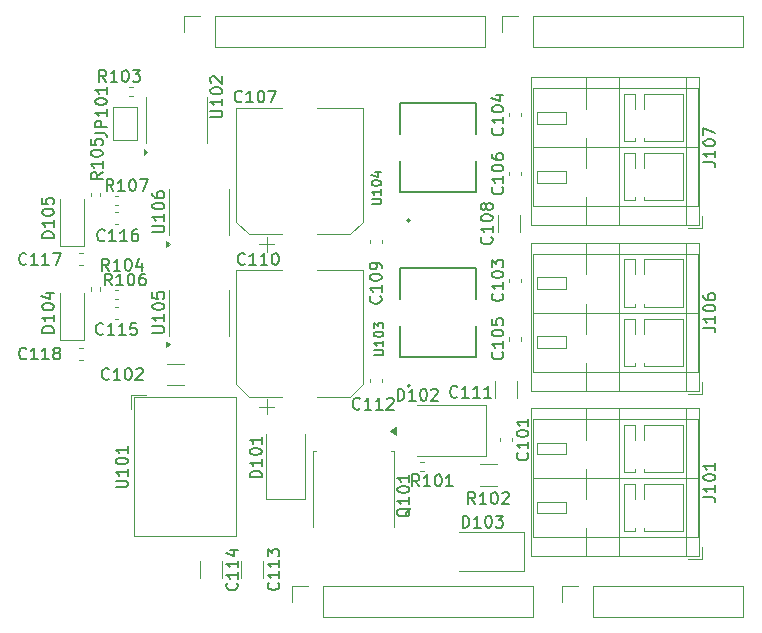
<source format=gto>
G04 #@! TF.GenerationSoftware,KiCad,Pcbnew,8.0.8+1*
G04 #@! TF.CreationDate,2025-03-25T20:02:48+00:00*
G04 #@! TF.ProjectId,dc_shield,64635f73-6869-4656-9c64-2e6b69636164,rev?*
G04 #@! TF.SameCoordinates,Original*
G04 #@! TF.FileFunction,Legend,Top*
G04 #@! TF.FilePolarity,Positive*
%FSLAX46Y46*%
G04 Gerber Fmt 4.6, Leading zero omitted, Abs format (unit mm)*
G04 Created by KiCad (PCBNEW 8.0.8+1) date 2025-03-25 20:02:48*
%MOMM*%
%LPD*%
G01*
G04 APERTURE LIST*
%ADD10C,0.150000*%
%ADD11C,0.120000*%
%ADD12C,0.127000*%
%ADD13C,0.200000*%
G04 APERTURE END LIST*
D10*
X119704819Y-56464285D02*
X120514342Y-56464285D01*
X120514342Y-56464285D02*
X120609580Y-56416666D01*
X120609580Y-56416666D02*
X120657200Y-56369047D01*
X120657200Y-56369047D02*
X120704819Y-56273809D01*
X120704819Y-56273809D02*
X120704819Y-56083333D01*
X120704819Y-56083333D02*
X120657200Y-55988095D01*
X120657200Y-55988095D02*
X120609580Y-55940476D01*
X120609580Y-55940476D02*
X120514342Y-55892857D01*
X120514342Y-55892857D02*
X119704819Y-55892857D01*
X120704819Y-54892857D02*
X120704819Y-55464285D01*
X120704819Y-55178571D02*
X119704819Y-55178571D01*
X119704819Y-55178571D02*
X119847676Y-55273809D01*
X119847676Y-55273809D02*
X119942914Y-55369047D01*
X119942914Y-55369047D02*
X119990533Y-55464285D01*
X119704819Y-54273809D02*
X119704819Y-54178571D01*
X119704819Y-54178571D02*
X119752438Y-54083333D01*
X119752438Y-54083333D02*
X119800057Y-54035714D01*
X119800057Y-54035714D02*
X119895295Y-53988095D01*
X119895295Y-53988095D02*
X120085771Y-53940476D01*
X120085771Y-53940476D02*
X120323866Y-53940476D01*
X120323866Y-53940476D02*
X120514342Y-53988095D01*
X120514342Y-53988095D02*
X120609580Y-54035714D01*
X120609580Y-54035714D02*
X120657200Y-54083333D01*
X120657200Y-54083333D02*
X120704819Y-54178571D01*
X120704819Y-54178571D02*
X120704819Y-54273809D01*
X120704819Y-54273809D02*
X120657200Y-54369047D01*
X120657200Y-54369047D02*
X120609580Y-54416666D01*
X120609580Y-54416666D02*
X120514342Y-54464285D01*
X120514342Y-54464285D02*
X120323866Y-54511904D01*
X120323866Y-54511904D02*
X120085771Y-54511904D01*
X120085771Y-54511904D02*
X119895295Y-54464285D01*
X119895295Y-54464285D02*
X119800057Y-54416666D01*
X119800057Y-54416666D02*
X119752438Y-54369047D01*
X119752438Y-54369047D02*
X119704819Y-54273809D01*
X119800057Y-53559523D02*
X119752438Y-53511904D01*
X119752438Y-53511904D02*
X119704819Y-53416666D01*
X119704819Y-53416666D02*
X119704819Y-53178571D01*
X119704819Y-53178571D02*
X119752438Y-53083333D01*
X119752438Y-53083333D02*
X119800057Y-53035714D01*
X119800057Y-53035714D02*
X119895295Y-52988095D01*
X119895295Y-52988095D02*
X119990533Y-52988095D01*
X119990533Y-52988095D02*
X120133390Y-53035714D01*
X120133390Y-53035714D02*
X120704819Y-53607142D01*
X120704819Y-53607142D02*
X120704819Y-52988095D01*
X106454819Y-66690475D02*
X105454819Y-66690475D01*
X105454819Y-66690475D02*
X105454819Y-66452380D01*
X105454819Y-66452380D02*
X105502438Y-66309523D01*
X105502438Y-66309523D02*
X105597676Y-66214285D01*
X105597676Y-66214285D02*
X105692914Y-66166666D01*
X105692914Y-66166666D02*
X105883390Y-66119047D01*
X105883390Y-66119047D02*
X106026247Y-66119047D01*
X106026247Y-66119047D02*
X106216723Y-66166666D01*
X106216723Y-66166666D02*
X106311961Y-66214285D01*
X106311961Y-66214285D02*
X106407200Y-66309523D01*
X106407200Y-66309523D02*
X106454819Y-66452380D01*
X106454819Y-66452380D02*
X106454819Y-66690475D01*
X106454819Y-65166666D02*
X106454819Y-65738094D01*
X106454819Y-65452380D02*
X105454819Y-65452380D01*
X105454819Y-65452380D02*
X105597676Y-65547618D01*
X105597676Y-65547618D02*
X105692914Y-65642856D01*
X105692914Y-65642856D02*
X105740533Y-65738094D01*
X105454819Y-64547618D02*
X105454819Y-64452380D01*
X105454819Y-64452380D02*
X105502438Y-64357142D01*
X105502438Y-64357142D02*
X105550057Y-64309523D01*
X105550057Y-64309523D02*
X105645295Y-64261904D01*
X105645295Y-64261904D02*
X105835771Y-64214285D01*
X105835771Y-64214285D02*
X106073866Y-64214285D01*
X106073866Y-64214285D02*
X106264342Y-64261904D01*
X106264342Y-64261904D02*
X106359580Y-64309523D01*
X106359580Y-64309523D02*
X106407200Y-64357142D01*
X106407200Y-64357142D02*
X106454819Y-64452380D01*
X106454819Y-64452380D02*
X106454819Y-64547618D01*
X106454819Y-64547618D02*
X106407200Y-64642856D01*
X106407200Y-64642856D02*
X106359580Y-64690475D01*
X106359580Y-64690475D02*
X106264342Y-64738094D01*
X106264342Y-64738094D02*
X106073866Y-64785713D01*
X106073866Y-64785713D02*
X105835771Y-64785713D01*
X105835771Y-64785713D02*
X105645295Y-64738094D01*
X105645295Y-64738094D02*
X105550057Y-64690475D01*
X105550057Y-64690475D02*
X105502438Y-64642856D01*
X105502438Y-64642856D02*
X105454819Y-64547618D01*
X105454819Y-63309523D02*
X105454819Y-63785713D01*
X105454819Y-63785713D02*
X105931009Y-63833332D01*
X105931009Y-63833332D02*
X105883390Y-63785713D01*
X105883390Y-63785713D02*
X105835771Y-63690475D01*
X105835771Y-63690475D02*
X105835771Y-63452380D01*
X105835771Y-63452380D02*
X105883390Y-63357142D01*
X105883390Y-63357142D02*
X105931009Y-63309523D01*
X105931009Y-63309523D02*
X106026247Y-63261904D01*
X106026247Y-63261904D02*
X106264342Y-63261904D01*
X106264342Y-63261904D02*
X106359580Y-63309523D01*
X106359580Y-63309523D02*
X106407200Y-63357142D01*
X106407200Y-63357142D02*
X106454819Y-63452380D01*
X106454819Y-63452380D02*
X106454819Y-63690475D01*
X106454819Y-63690475D02*
X106407200Y-63785713D01*
X106407200Y-63785713D02*
X106359580Y-63833332D01*
X122380952Y-55109580D02*
X122333333Y-55157200D01*
X122333333Y-55157200D02*
X122190476Y-55204819D01*
X122190476Y-55204819D02*
X122095238Y-55204819D01*
X122095238Y-55204819D02*
X121952381Y-55157200D01*
X121952381Y-55157200D02*
X121857143Y-55061961D01*
X121857143Y-55061961D02*
X121809524Y-54966723D01*
X121809524Y-54966723D02*
X121761905Y-54776247D01*
X121761905Y-54776247D02*
X121761905Y-54633390D01*
X121761905Y-54633390D02*
X121809524Y-54442914D01*
X121809524Y-54442914D02*
X121857143Y-54347676D01*
X121857143Y-54347676D02*
X121952381Y-54252438D01*
X121952381Y-54252438D02*
X122095238Y-54204819D01*
X122095238Y-54204819D02*
X122190476Y-54204819D01*
X122190476Y-54204819D02*
X122333333Y-54252438D01*
X122333333Y-54252438D02*
X122380952Y-54300057D01*
X123333333Y-55204819D02*
X122761905Y-55204819D01*
X123047619Y-55204819D02*
X123047619Y-54204819D01*
X123047619Y-54204819D02*
X122952381Y-54347676D01*
X122952381Y-54347676D02*
X122857143Y-54442914D01*
X122857143Y-54442914D02*
X122761905Y-54490533D01*
X123952381Y-54204819D02*
X124047619Y-54204819D01*
X124047619Y-54204819D02*
X124142857Y-54252438D01*
X124142857Y-54252438D02*
X124190476Y-54300057D01*
X124190476Y-54300057D02*
X124238095Y-54395295D01*
X124238095Y-54395295D02*
X124285714Y-54585771D01*
X124285714Y-54585771D02*
X124285714Y-54823866D01*
X124285714Y-54823866D02*
X124238095Y-55014342D01*
X124238095Y-55014342D02*
X124190476Y-55109580D01*
X124190476Y-55109580D02*
X124142857Y-55157200D01*
X124142857Y-55157200D02*
X124047619Y-55204819D01*
X124047619Y-55204819D02*
X123952381Y-55204819D01*
X123952381Y-55204819D02*
X123857143Y-55157200D01*
X123857143Y-55157200D02*
X123809524Y-55109580D01*
X123809524Y-55109580D02*
X123761905Y-55014342D01*
X123761905Y-55014342D02*
X123714286Y-54823866D01*
X123714286Y-54823866D02*
X123714286Y-54585771D01*
X123714286Y-54585771D02*
X123761905Y-54395295D01*
X123761905Y-54395295D02*
X123809524Y-54300057D01*
X123809524Y-54300057D02*
X123857143Y-54252438D01*
X123857143Y-54252438D02*
X123952381Y-54204819D01*
X124619048Y-54204819D02*
X125285714Y-54204819D01*
X125285714Y-54204819D02*
X124857143Y-55204819D01*
X111380952Y-70704819D02*
X111047619Y-70228628D01*
X110809524Y-70704819D02*
X110809524Y-69704819D01*
X110809524Y-69704819D02*
X111190476Y-69704819D01*
X111190476Y-69704819D02*
X111285714Y-69752438D01*
X111285714Y-69752438D02*
X111333333Y-69800057D01*
X111333333Y-69800057D02*
X111380952Y-69895295D01*
X111380952Y-69895295D02*
X111380952Y-70038152D01*
X111380952Y-70038152D02*
X111333333Y-70133390D01*
X111333333Y-70133390D02*
X111285714Y-70181009D01*
X111285714Y-70181009D02*
X111190476Y-70228628D01*
X111190476Y-70228628D02*
X110809524Y-70228628D01*
X112333333Y-70704819D02*
X111761905Y-70704819D01*
X112047619Y-70704819D02*
X112047619Y-69704819D01*
X112047619Y-69704819D02*
X111952381Y-69847676D01*
X111952381Y-69847676D02*
X111857143Y-69942914D01*
X111857143Y-69942914D02*
X111761905Y-69990533D01*
X112952381Y-69704819D02*
X113047619Y-69704819D01*
X113047619Y-69704819D02*
X113142857Y-69752438D01*
X113142857Y-69752438D02*
X113190476Y-69800057D01*
X113190476Y-69800057D02*
X113238095Y-69895295D01*
X113238095Y-69895295D02*
X113285714Y-70085771D01*
X113285714Y-70085771D02*
X113285714Y-70323866D01*
X113285714Y-70323866D02*
X113238095Y-70514342D01*
X113238095Y-70514342D02*
X113190476Y-70609580D01*
X113190476Y-70609580D02*
X113142857Y-70657200D01*
X113142857Y-70657200D02*
X113047619Y-70704819D01*
X113047619Y-70704819D02*
X112952381Y-70704819D01*
X112952381Y-70704819D02*
X112857143Y-70657200D01*
X112857143Y-70657200D02*
X112809524Y-70609580D01*
X112809524Y-70609580D02*
X112761905Y-70514342D01*
X112761905Y-70514342D02*
X112714286Y-70323866D01*
X112714286Y-70323866D02*
X112714286Y-70085771D01*
X112714286Y-70085771D02*
X112761905Y-69895295D01*
X112761905Y-69895295D02*
X112809524Y-69800057D01*
X112809524Y-69800057D02*
X112857143Y-69752438D01*
X112857143Y-69752438D02*
X112952381Y-69704819D01*
X114142857Y-69704819D02*
X113952381Y-69704819D01*
X113952381Y-69704819D02*
X113857143Y-69752438D01*
X113857143Y-69752438D02*
X113809524Y-69800057D01*
X113809524Y-69800057D02*
X113714286Y-69942914D01*
X113714286Y-69942914D02*
X113666667Y-70133390D01*
X113666667Y-70133390D02*
X113666667Y-70514342D01*
X113666667Y-70514342D02*
X113714286Y-70609580D01*
X113714286Y-70609580D02*
X113761905Y-70657200D01*
X113761905Y-70657200D02*
X113857143Y-70704819D01*
X113857143Y-70704819D02*
X114047619Y-70704819D01*
X114047619Y-70704819D02*
X114142857Y-70657200D01*
X114142857Y-70657200D02*
X114190476Y-70609580D01*
X114190476Y-70609580D02*
X114238095Y-70514342D01*
X114238095Y-70514342D02*
X114238095Y-70276247D01*
X114238095Y-70276247D02*
X114190476Y-70181009D01*
X114190476Y-70181009D02*
X114142857Y-70133390D01*
X114142857Y-70133390D02*
X114047619Y-70085771D01*
X114047619Y-70085771D02*
X113857143Y-70085771D01*
X113857143Y-70085771D02*
X113761905Y-70133390D01*
X113761905Y-70133390D02*
X113714286Y-70181009D01*
X113714286Y-70181009D02*
X113666667Y-70276247D01*
X110579819Y-61119047D02*
X110103628Y-61452380D01*
X110579819Y-61690475D02*
X109579819Y-61690475D01*
X109579819Y-61690475D02*
X109579819Y-61309523D01*
X109579819Y-61309523D02*
X109627438Y-61214285D01*
X109627438Y-61214285D02*
X109675057Y-61166666D01*
X109675057Y-61166666D02*
X109770295Y-61119047D01*
X109770295Y-61119047D02*
X109913152Y-61119047D01*
X109913152Y-61119047D02*
X110008390Y-61166666D01*
X110008390Y-61166666D02*
X110056009Y-61214285D01*
X110056009Y-61214285D02*
X110103628Y-61309523D01*
X110103628Y-61309523D02*
X110103628Y-61690475D01*
X110579819Y-60166666D02*
X110579819Y-60738094D01*
X110579819Y-60452380D02*
X109579819Y-60452380D01*
X109579819Y-60452380D02*
X109722676Y-60547618D01*
X109722676Y-60547618D02*
X109817914Y-60642856D01*
X109817914Y-60642856D02*
X109865533Y-60738094D01*
X109579819Y-59547618D02*
X109579819Y-59452380D01*
X109579819Y-59452380D02*
X109627438Y-59357142D01*
X109627438Y-59357142D02*
X109675057Y-59309523D01*
X109675057Y-59309523D02*
X109770295Y-59261904D01*
X109770295Y-59261904D02*
X109960771Y-59214285D01*
X109960771Y-59214285D02*
X110198866Y-59214285D01*
X110198866Y-59214285D02*
X110389342Y-59261904D01*
X110389342Y-59261904D02*
X110484580Y-59309523D01*
X110484580Y-59309523D02*
X110532200Y-59357142D01*
X110532200Y-59357142D02*
X110579819Y-59452380D01*
X110579819Y-59452380D02*
X110579819Y-59547618D01*
X110579819Y-59547618D02*
X110532200Y-59642856D01*
X110532200Y-59642856D02*
X110484580Y-59690475D01*
X110484580Y-59690475D02*
X110389342Y-59738094D01*
X110389342Y-59738094D02*
X110198866Y-59785713D01*
X110198866Y-59785713D02*
X109960771Y-59785713D01*
X109960771Y-59785713D02*
X109770295Y-59738094D01*
X109770295Y-59738094D02*
X109675057Y-59690475D01*
X109675057Y-59690475D02*
X109627438Y-59642856D01*
X109627438Y-59642856D02*
X109579819Y-59547618D01*
X109579819Y-58309523D02*
X109579819Y-58785713D01*
X109579819Y-58785713D02*
X110056009Y-58833332D01*
X110056009Y-58833332D02*
X110008390Y-58785713D01*
X110008390Y-58785713D02*
X109960771Y-58690475D01*
X109960771Y-58690475D02*
X109960771Y-58452380D01*
X109960771Y-58452380D02*
X110008390Y-58357142D01*
X110008390Y-58357142D02*
X110056009Y-58309523D01*
X110056009Y-58309523D02*
X110151247Y-58261904D01*
X110151247Y-58261904D02*
X110389342Y-58261904D01*
X110389342Y-58261904D02*
X110484580Y-58309523D01*
X110484580Y-58309523D02*
X110532200Y-58357142D01*
X110532200Y-58357142D02*
X110579819Y-58452380D01*
X110579819Y-58452380D02*
X110579819Y-58690475D01*
X110579819Y-58690475D02*
X110532200Y-58785713D01*
X110532200Y-58785713D02*
X110484580Y-58833332D01*
X109954819Y-57785714D02*
X110669104Y-57785714D01*
X110669104Y-57785714D02*
X110811961Y-57833333D01*
X110811961Y-57833333D02*
X110907200Y-57928571D01*
X110907200Y-57928571D02*
X110954819Y-58071428D01*
X110954819Y-58071428D02*
X110954819Y-58166666D01*
X110954819Y-57309523D02*
X109954819Y-57309523D01*
X109954819Y-57309523D02*
X109954819Y-56928571D01*
X109954819Y-56928571D02*
X110002438Y-56833333D01*
X110002438Y-56833333D02*
X110050057Y-56785714D01*
X110050057Y-56785714D02*
X110145295Y-56738095D01*
X110145295Y-56738095D02*
X110288152Y-56738095D01*
X110288152Y-56738095D02*
X110383390Y-56785714D01*
X110383390Y-56785714D02*
X110431009Y-56833333D01*
X110431009Y-56833333D02*
X110478628Y-56928571D01*
X110478628Y-56928571D02*
X110478628Y-57309523D01*
X110954819Y-55785714D02*
X110954819Y-56357142D01*
X110954819Y-56071428D02*
X109954819Y-56071428D01*
X109954819Y-56071428D02*
X110097676Y-56166666D01*
X110097676Y-56166666D02*
X110192914Y-56261904D01*
X110192914Y-56261904D02*
X110240533Y-56357142D01*
X109954819Y-55166666D02*
X109954819Y-55071428D01*
X109954819Y-55071428D02*
X110002438Y-54976190D01*
X110002438Y-54976190D02*
X110050057Y-54928571D01*
X110050057Y-54928571D02*
X110145295Y-54880952D01*
X110145295Y-54880952D02*
X110335771Y-54833333D01*
X110335771Y-54833333D02*
X110573866Y-54833333D01*
X110573866Y-54833333D02*
X110764342Y-54880952D01*
X110764342Y-54880952D02*
X110859580Y-54928571D01*
X110859580Y-54928571D02*
X110907200Y-54976190D01*
X110907200Y-54976190D02*
X110954819Y-55071428D01*
X110954819Y-55071428D02*
X110954819Y-55166666D01*
X110954819Y-55166666D02*
X110907200Y-55261904D01*
X110907200Y-55261904D02*
X110859580Y-55309523D01*
X110859580Y-55309523D02*
X110764342Y-55357142D01*
X110764342Y-55357142D02*
X110573866Y-55404761D01*
X110573866Y-55404761D02*
X110335771Y-55404761D01*
X110335771Y-55404761D02*
X110145295Y-55357142D01*
X110145295Y-55357142D02*
X110050057Y-55309523D01*
X110050057Y-55309523D02*
X110002438Y-55261904D01*
X110002438Y-55261904D02*
X109954819Y-55166666D01*
X110954819Y-53880952D02*
X110954819Y-54452380D01*
X110954819Y-54166666D02*
X109954819Y-54166666D01*
X109954819Y-54166666D02*
X110097676Y-54261904D01*
X110097676Y-54261904D02*
X110192914Y-54357142D01*
X110192914Y-54357142D02*
X110240533Y-54452380D01*
X125459580Y-95869047D02*
X125507200Y-95916666D01*
X125507200Y-95916666D02*
X125554819Y-96059523D01*
X125554819Y-96059523D02*
X125554819Y-96154761D01*
X125554819Y-96154761D02*
X125507200Y-96297618D01*
X125507200Y-96297618D02*
X125411961Y-96392856D01*
X125411961Y-96392856D02*
X125316723Y-96440475D01*
X125316723Y-96440475D02*
X125126247Y-96488094D01*
X125126247Y-96488094D02*
X124983390Y-96488094D01*
X124983390Y-96488094D02*
X124792914Y-96440475D01*
X124792914Y-96440475D02*
X124697676Y-96392856D01*
X124697676Y-96392856D02*
X124602438Y-96297618D01*
X124602438Y-96297618D02*
X124554819Y-96154761D01*
X124554819Y-96154761D02*
X124554819Y-96059523D01*
X124554819Y-96059523D02*
X124602438Y-95916666D01*
X124602438Y-95916666D02*
X124650057Y-95869047D01*
X125554819Y-94916666D02*
X125554819Y-95488094D01*
X125554819Y-95202380D02*
X124554819Y-95202380D01*
X124554819Y-95202380D02*
X124697676Y-95297618D01*
X124697676Y-95297618D02*
X124792914Y-95392856D01*
X124792914Y-95392856D02*
X124840533Y-95488094D01*
X125554819Y-93964285D02*
X125554819Y-94535713D01*
X125554819Y-94249999D02*
X124554819Y-94249999D01*
X124554819Y-94249999D02*
X124697676Y-94345237D01*
X124697676Y-94345237D02*
X124792914Y-94440475D01*
X124792914Y-94440475D02*
X124840533Y-94535713D01*
X124554819Y-93630951D02*
X124554819Y-93011904D01*
X124554819Y-93011904D02*
X124935771Y-93345237D01*
X124935771Y-93345237D02*
X124935771Y-93202380D01*
X124935771Y-93202380D02*
X124983390Y-93107142D01*
X124983390Y-93107142D02*
X125031009Y-93059523D01*
X125031009Y-93059523D02*
X125126247Y-93011904D01*
X125126247Y-93011904D02*
X125364342Y-93011904D01*
X125364342Y-93011904D02*
X125459580Y-93059523D01*
X125459580Y-93059523D02*
X125507200Y-93107142D01*
X125507200Y-93107142D02*
X125554819Y-93202380D01*
X125554819Y-93202380D02*
X125554819Y-93488094D01*
X125554819Y-93488094D02*
X125507200Y-93583332D01*
X125507200Y-93583332D02*
X125459580Y-93630951D01*
X136650057Y-89547619D02*
X136602438Y-89642857D01*
X136602438Y-89642857D02*
X136507200Y-89738095D01*
X136507200Y-89738095D02*
X136364342Y-89880952D01*
X136364342Y-89880952D02*
X136316723Y-89976190D01*
X136316723Y-89976190D02*
X136316723Y-90071428D01*
X136554819Y-90023809D02*
X136507200Y-90119047D01*
X136507200Y-90119047D02*
X136411961Y-90214285D01*
X136411961Y-90214285D02*
X136221485Y-90261904D01*
X136221485Y-90261904D02*
X135888152Y-90261904D01*
X135888152Y-90261904D02*
X135697676Y-90214285D01*
X135697676Y-90214285D02*
X135602438Y-90119047D01*
X135602438Y-90119047D02*
X135554819Y-90023809D01*
X135554819Y-90023809D02*
X135554819Y-89833333D01*
X135554819Y-89833333D02*
X135602438Y-89738095D01*
X135602438Y-89738095D02*
X135697676Y-89642857D01*
X135697676Y-89642857D02*
X135888152Y-89595238D01*
X135888152Y-89595238D02*
X136221485Y-89595238D01*
X136221485Y-89595238D02*
X136411961Y-89642857D01*
X136411961Y-89642857D02*
X136507200Y-89738095D01*
X136507200Y-89738095D02*
X136554819Y-89833333D01*
X136554819Y-89833333D02*
X136554819Y-90023809D01*
X136554819Y-88642857D02*
X136554819Y-89214285D01*
X136554819Y-88928571D02*
X135554819Y-88928571D01*
X135554819Y-88928571D02*
X135697676Y-89023809D01*
X135697676Y-89023809D02*
X135792914Y-89119047D01*
X135792914Y-89119047D02*
X135840533Y-89214285D01*
X135554819Y-88023809D02*
X135554819Y-87928571D01*
X135554819Y-87928571D02*
X135602438Y-87833333D01*
X135602438Y-87833333D02*
X135650057Y-87785714D01*
X135650057Y-87785714D02*
X135745295Y-87738095D01*
X135745295Y-87738095D02*
X135935771Y-87690476D01*
X135935771Y-87690476D02*
X136173866Y-87690476D01*
X136173866Y-87690476D02*
X136364342Y-87738095D01*
X136364342Y-87738095D02*
X136459580Y-87785714D01*
X136459580Y-87785714D02*
X136507200Y-87833333D01*
X136507200Y-87833333D02*
X136554819Y-87928571D01*
X136554819Y-87928571D02*
X136554819Y-88023809D01*
X136554819Y-88023809D02*
X136507200Y-88119047D01*
X136507200Y-88119047D02*
X136459580Y-88166666D01*
X136459580Y-88166666D02*
X136364342Y-88214285D01*
X136364342Y-88214285D02*
X136173866Y-88261904D01*
X136173866Y-88261904D02*
X135935771Y-88261904D01*
X135935771Y-88261904D02*
X135745295Y-88214285D01*
X135745295Y-88214285D02*
X135650057Y-88166666D01*
X135650057Y-88166666D02*
X135602438Y-88119047D01*
X135602438Y-88119047D02*
X135554819Y-88023809D01*
X136554819Y-86738095D02*
X136554819Y-87309523D01*
X136554819Y-87023809D02*
X135554819Y-87023809D01*
X135554819Y-87023809D02*
X135697676Y-87119047D01*
X135697676Y-87119047D02*
X135792914Y-87214285D01*
X135792914Y-87214285D02*
X135840533Y-87309523D01*
X124054819Y-86940475D02*
X123054819Y-86940475D01*
X123054819Y-86940475D02*
X123054819Y-86702380D01*
X123054819Y-86702380D02*
X123102438Y-86559523D01*
X123102438Y-86559523D02*
X123197676Y-86464285D01*
X123197676Y-86464285D02*
X123292914Y-86416666D01*
X123292914Y-86416666D02*
X123483390Y-86369047D01*
X123483390Y-86369047D02*
X123626247Y-86369047D01*
X123626247Y-86369047D02*
X123816723Y-86416666D01*
X123816723Y-86416666D02*
X123911961Y-86464285D01*
X123911961Y-86464285D02*
X124007200Y-86559523D01*
X124007200Y-86559523D02*
X124054819Y-86702380D01*
X124054819Y-86702380D02*
X124054819Y-86940475D01*
X124054819Y-85416666D02*
X124054819Y-85988094D01*
X124054819Y-85702380D02*
X123054819Y-85702380D01*
X123054819Y-85702380D02*
X123197676Y-85797618D01*
X123197676Y-85797618D02*
X123292914Y-85892856D01*
X123292914Y-85892856D02*
X123340533Y-85988094D01*
X123054819Y-84797618D02*
X123054819Y-84702380D01*
X123054819Y-84702380D02*
X123102438Y-84607142D01*
X123102438Y-84607142D02*
X123150057Y-84559523D01*
X123150057Y-84559523D02*
X123245295Y-84511904D01*
X123245295Y-84511904D02*
X123435771Y-84464285D01*
X123435771Y-84464285D02*
X123673866Y-84464285D01*
X123673866Y-84464285D02*
X123864342Y-84511904D01*
X123864342Y-84511904D02*
X123959580Y-84559523D01*
X123959580Y-84559523D02*
X124007200Y-84607142D01*
X124007200Y-84607142D02*
X124054819Y-84702380D01*
X124054819Y-84702380D02*
X124054819Y-84797618D01*
X124054819Y-84797618D02*
X124007200Y-84892856D01*
X124007200Y-84892856D02*
X123959580Y-84940475D01*
X123959580Y-84940475D02*
X123864342Y-84988094D01*
X123864342Y-84988094D02*
X123673866Y-85035713D01*
X123673866Y-85035713D02*
X123435771Y-85035713D01*
X123435771Y-85035713D02*
X123245295Y-84988094D01*
X123245295Y-84988094D02*
X123150057Y-84940475D01*
X123150057Y-84940475D02*
X123102438Y-84892856D01*
X123102438Y-84892856D02*
X123054819Y-84797618D01*
X124054819Y-83511904D02*
X124054819Y-84083332D01*
X124054819Y-83797618D02*
X123054819Y-83797618D01*
X123054819Y-83797618D02*
X123197676Y-83892856D01*
X123197676Y-83892856D02*
X123292914Y-83988094D01*
X123292914Y-83988094D02*
X123340533Y-84083332D01*
X137380952Y-87704819D02*
X137047619Y-87228628D01*
X136809524Y-87704819D02*
X136809524Y-86704819D01*
X136809524Y-86704819D02*
X137190476Y-86704819D01*
X137190476Y-86704819D02*
X137285714Y-86752438D01*
X137285714Y-86752438D02*
X137333333Y-86800057D01*
X137333333Y-86800057D02*
X137380952Y-86895295D01*
X137380952Y-86895295D02*
X137380952Y-87038152D01*
X137380952Y-87038152D02*
X137333333Y-87133390D01*
X137333333Y-87133390D02*
X137285714Y-87181009D01*
X137285714Y-87181009D02*
X137190476Y-87228628D01*
X137190476Y-87228628D02*
X136809524Y-87228628D01*
X138333333Y-87704819D02*
X137761905Y-87704819D01*
X138047619Y-87704819D02*
X138047619Y-86704819D01*
X138047619Y-86704819D02*
X137952381Y-86847676D01*
X137952381Y-86847676D02*
X137857143Y-86942914D01*
X137857143Y-86942914D02*
X137761905Y-86990533D01*
X138952381Y-86704819D02*
X139047619Y-86704819D01*
X139047619Y-86704819D02*
X139142857Y-86752438D01*
X139142857Y-86752438D02*
X139190476Y-86800057D01*
X139190476Y-86800057D02*
X139238095Y-86895295D01*
X139238095Y-86895295D02*
X139285714Y-87085771D01*
X139285714Y-87085771D02*
X139285714Y-87323866D01*
X139285714Y-87323866D02*
X139238095Y-87514342D01*
X139238095Y-87514342D02*
X139190476Y-87609580D01*
X139190476Y-87609580D02*
X139142857Y-87657200D01*
X139142857Y-87657200D02*
X139047619Y-87704819D01*
X139047619Y-87704819D02*
X138952381Y-87704819D01*
X138952381Y-87704819D02*
X138857143Y-87657200D01*
X138857143Y-87657200D02*
X138809524Y-87609580D01*
X138809524Y-87609580D02*
X138761905Y-87514342D01*
X138761905Y-87514342D02*
X138714286Y-87323866D01*
X138714286Y-87323866D02*
X138714286Y-87085771D01*
X138714286Y-87085771D02*
X138761905Y-86895295D01*
X138761905Y-86895295D02*
X138809524Y-86800057D01*
X138809524Y-86800057D02*
X138857143Y-86752438D01*
X138857143Y-86752438D02*
X138952381Y-86704819D01*
X140238095Y-87704819D02*
X139666667Y-87704819D01*
X139952381Y-87704819D02*
X139952381Y-86704819D01*
X139952381Y-86704819D02*
X139857143Y-86847676D01*
X139857143Y-86847676D02*
X139761905Y-86942914D01*
X139761905Y-86942914D02*
X139666667Y-86990533D01*
X144429580Y-62369047D02*
X144477200Y-62416666D01*
X144477200Y-62416666D02*
X144524819Y-62559523D01*
X144524819Y-62559523D02*
X144524819Y-62654761D01*
X144524819Y-62654761D02*
X144477200Y-62797618D01*
X144477200Y-62797618D02*
X144381961Y-62892856D01*
X144381961Y-62892856D02*
X144286723Y-62940475D01*
X144286723Y-62940475D02*
X144096247Y-62988094D01*
X144096247Y-62988094D02*
X143953390Y-62988094D01*
X143953390Y-62988094D02*
X143762914Y-62940475D01*
X143762914Y-62940475D02*
X143667676Y-62892856D01*
X143667676Y-62892856D02*
X143572438Y-62797618D01*
X143572438Y-62797618D02*
X143524819Y-62654761D01*
X143524819Y-62654761D02*
X143524819Y-62559523D01*
X143524819Y-62559523D02*
X143572438Y-62416666D01*
X143572438Y-62416666D02*
X143620057Y-62369047D01*
X144524819Y-61416666D02*
X144524819Y-61988094D01*
X144524819Y-61702380D02*
X143524819Y-61702380D01*
X143524819Y-61702380D02*
X143667676Y-61797618D01*
X143667676Y-61797618D02*
X143762914Y-61892856D01*
X143762914Y-61892856D02*
X143810533Y-61988094D01*
X143524819Y-60797618D02*
X143524819Y-60702380D01*
X143524819Y-60702380D02*
X143572438Y-60607142D01*
X143572438Y-60607142D02*
X143620057Y-60559523D01*
X143620057Y-60559523D02*
X143715295Y-60511904D01*
X143715295Y-60511904D02*
X143905771Y-60464285D01*
X143905771Y-60464285D02*
X144143866Y-60464285D01*
X144143866Y-60464285D02*
X144334342Y-60511904D01*
X144334342Y-60511904D02*
X144429580Y-60559523D01*
X144429580Y-60559523D02*
X144477200Y-60607142D01*
X144477200Y-60607142D02*
X144524819Y-60702380D01*
X144524819Y-60702380D02*
X144524819Y-60797618D01*
X144524819Y-60797618D02*
X144477200Y-60892856D01*
X144477200Y-60892856D02*
X144429580Y-60940475D01*
X144429580Y-60940475D02*
X144334342Y-60988094D01*
X144334342Y-60988094D02*
X144143866Y-61035713D01*
X144143866Y-61035713D02*
X143905771Y-61035713D01*
X143905771Y-61035713D02*
X143715295Y-60988094D01*
X143715295Y-60988094D02*
X143620057Y-60940475D01*
X143620057Y-60940475D02*
X143572438Y-60892856D01*
X143572438Y-60892856D02*
X143524819Y-60797618D01*
X143524819Y-59607142D02*
X143524819Y-59797618D01*
X143524819Y-59797618D02*
X143572438Y-59892856D01*
X143572438Y-59892856D02*
X143620057Y-59940475D01*
X143620057Y-59940475D02*
X143762914Y-60035713D01*
X143762914Y-60035713D02*
X143953390Y-60083332D01*
X143953390Y-60083332D02*
X144334342Y-60083332D01*
X144334342Y-60083332D02*
X144429580Y-60035713D01*
X144429580Y-60035713D02*
X144477200Y-59988094D01*
X144477200Y-59988094D02*
X144524819Y-59892856D01*
X144524819Y-59892856D02*
X144524819Y-59702380D01*
X144524819Y-59702380D02*
X144477200Y-59607142D01*
X144477200Y-59607142D02*
X144429580Y-59559523D01*
X144429580Y-59559523D02*
X144334342Y-59511904D01*
X144334342Y-59511904D02*
X144096247Y-59511904D01*
X144096247Y-59511904D02*
X144001009Y-59559523D01*
X144001009Y-59559523D02*
X143953390Y-59607142D01*
X143953390Y-59607142D02*
X143905771Y-59702380D01*
X143905771Y-59702380D02*
X143905771Y-59892856D01*
X143905771Y-59892856D02*
X143953390Y-59988094D01*
X143953390Y-59988094D02*
X144001009Y-60035713D01*
X144001009Y-60035713D02*
X144096247Y-60083332D01*
X111505952Y-62704819D02*
X111172619Y-62228628D01*
X110934524Y-62704819D02*
X110934524Y-61704819D01*
X110934524Y-61704819D02*
X111315476Y-61704819D01*
X111315476Y-61704819D02*
X111410714Y-61752438D01*
X111410714Y-61752438D02*
X111458333Y-61800057D01*
X111458333Y-61800057D02*
X111505952Y-61895295D01*
X111505952Y-61895295D02*
X111505952Y-62038152D01*
X111505952Y-62038152D02*
X111458333Y-62133390D01*
X111458333Y-62133390D02*
X111410714Y-62181009D01*
X111410714Y-62181009D02*
X111315476Y-62228628D01*
X111315476Y-62228628D02*
X110934524Y-62228628D01*
X112458333Y-62704819D02*
X111886905Y-62704819D01*
X112172619Y-62704819D02*
X112172619Y-61704819D01*
X112172619Y-61704819D02*
X112077381Y-61847676D01*
X112077381Y-61847676D02*
X111982143Y-61942914D01*
X111982143Y-61942914D02*
X111886905Y-61990533D01*
X113077381Y-61704819D02*
X113172619Y-61704819D01*
X113172619Y-61704819D02*
X113267857Y-61752438D01*
X113267857Y-61752438D02*
X113315476Y-61800057D01*
X113315476Y-61800057D02*
X113363095Y-61895295D01*
X113363095Y-61895295D02*
X113410714Y-62085771D01*
X113410714Y-62085771D02*
X113410714Y-62323866D01*
X113410714Y-62323866D02*
X113363095Y-62514342D01*
X113363095Y-62514342D02*
X113315476Y-62609580D01*
X113315476Y-62609580D02*
X113267857Y-62657200D01*
X113267857Y-62657200D02*
X113172619Y-62704819D01*
X113172619Y-62704819D02*
X113077381Y-62704819D01*
X113077381Y-62704819D02*
X112982143Y-62657200D01*
X112982143Y-62657200D02*
X112934524Y-62609580D01*
X112934524Y-62609580D02*
X112886905Y-62514342D01*
X112886905Y-62514342D02*
X112839286Y-62323866D01*
X112839286Y-62323866D02*
X112839286Y-62085771D01*
X112839286Y-62085771D02*
X112886905Y-61895295D01*
X112886905Y-61895295D02*
X112934524Y-61800057D01*
X112934524Y-61800057D02*
X112982143Y-61752438D01*
X112982143Y-61752438D02*
X113077381Y-61704819D01*
X113744048Y-61704819D02*
X114410714Y-61704819D01*
X114410714Y-61704819D02*
X113982143Y-62704819D01*
X143509580Y-66594047D02*
X143557200Y-66641666D01*
X143557200Y-66641666D02*
X143604819Y-66784523D01*
X143604819Y-66784523D02*
X143604819Y-66879761D01*
X143604819Y-66879761D02*
X143557200Y-67022618D01*
X143557200Y-67022618D02*
X143461961Y-67117856D01*
X143461961Y-67117856D02*
X143366723Y-67165475D01*
X143366723Y-67165475D02*
X143176247Y-67213094D01*
X143176247Y-67213094D02*
X143033390Y-67213094D01*
X143033390Y-67213094D02*
X142842914Y-67165475D01*
X142842914Y-67165475D02*
X142747676Y-67117856D01*
X142747676Y-67117856D02*
X142652438Y-67022618D01*
X142652438Y-67022618D02*
X142604819Y-66879761D01*
X142604819Y-66879761D02*
X142604819Y-66784523D01*
X142604819Y-66784523D02*
X142652438Y-66641666D01*
X142652438Y-66641666D02*
X142700057Y-66594047D01*
X143604819Y-65641666D02*
X143604819Y-66213094D01*
X143604819Y-65927380D02*
X142604819Y-65927380D01*
X142604819Y-65927380D02*
X142747676Y-66022618D01*
X142747676Y-66022618D02*
X142842914Y-66117856D01*
X142842914Y-66117856D02*
X142890533Y-66213094D01*
X142604819Y-65022618D02*
X142604819Y-64927380D01*
X142604819Y-64927380D02*
X142652438Y-64832142D01*
X142652438Y-64832142D02*
X142700057Y-64784523D01*
X142700057Y-64784523D02*
X142795295Y-64736904D01*
X142795295Y-64736904D02*
X142985771Y-64689285D01*
X142985771Y-64689285D02*
X143223866Y-64689285D01*
X143223866Y-64689285D02*
X143414342Y-64736904D01*
X143414342Y-64736904D02*
X143509580Y-64784523D01*
X143509580Y-64784523D02*
X143557200Y-64832142D01*
X143557200Y-64832142D02*
X143604819Y-64927380D01*
X143604819Y-64927380D02*
X143604819Y-65022618D01*
X143604819Y-65022618D02*
X143557200Y-65117856D01*
X143557200Y-65117856D02*
X143509580Y-65165475D01*
X143509580Y-65165475D02*
X143414342Y-65213094D01*
X143414342Y-65213094D02*
X143223866Y-65260713D01*
X143223866Y-65260713D02*
X142985771Y-65260713D01*
X142985771Y-65260713D02*
X142795295Y-65213094D01*
X142795295Y-65213094D02*
X142700057Y-65165475D01*
X142700057Y-65165475D02*
X142652438Y-65117856D01*
X142652438Y-65117856D02*
X142604819Y-65022618D01*
X143033390Y-64117856D02*
X142985771Y-64213094D01*
X142985771Y-64213094D02*
X142938152Y-64260713D01*
X142938152Y-64260713D02*
X142842914Y-64308332D01*
X142842914Y-64308332D02*
X142795295Y-64308332D01*
X142795295Y-64308332D02*
X142700057Y-64260713D01*
X142700057Y-64260713D02*
X142652438Y-64213094D01*
X142652438Y-64213094D02*
X142604819Y-64117856D01*
X142604819Y-64117856D02*
X142604819Y-63927380D01*
X142604819Y-63927380D02*
X142652438Y-63832142D01*
X142652438Y-63832142D02*
X142700057Y-63784523D01*
X142700057Y-63784523D02*
X142795295Y-63736904D01*
X142795295Y-63736904D02*
X142842914Y-63736904D01*
X142842914Y-63736904D02*
X142938152Y-63784523D01*
X142938152Y-63784523D02*
X142985771Y-63832142D01*
X142985771Y-63832142D02*
X143033390Y-63927380D01*
X143033390Y-63927380D02*
X143033390Y-64117856D01*
X143033390Y-64117856D02*
X143081009Y-64213094D01*
X143081009Y-64213094D02*
X143128628Y-64260713D01*
X143128628Y-64260713D02*
X143223866Y-64308332D01*
X143223866Y-64308332D02*
X143414342Y-64308332D01*
X143414342Y-64308332D02*
X143509580Y-64260713D01*
X143509580Y-64260713D02*
X143557200Y-64213094D01*
X143557200Y-64213094D02*
X143604819Y-64117856D01*
X143604819Y-64117856D02*
X143604819Y-63927380D01*
X143604819Y-63927380D02*
X143557200Y-63832142D01*
X143557200Y-63832142D02*
X143509580Y-63784523D01*
X143509580Y-63784523D02*
X143414342Y-63736904D01*
X143414342Y-63736904D02*
X143223866Y-63736904D01*
X143223866Y-63736904D02*
X143128628Y-63784523D01*
X143128628Y-63784523D02*
X143081009Y-63832142D01*
X143081009Y-63832142D02*
X143033390Y-63927380D01*
X142130952Y-89204819D02*
X141797619Y-88728628D01*
X141559524Y-89204819D02*
X141559524Y-88204819D01*
X141559524Y-88204819D02*
X141940476Y-88204819D01*
X141940476Y-88204819D02*
X142035714Y-88252438D01*
X142035714Y-88252438D02*
X142083333Y-88300057D01*
X142083333Y-88300057D02*
X142130952Y-88395295D01*
X142130952Y-88395295D02*
X142130952Y-88538152D01*
X142130952Y-88538152D02*
X142083333Y-88633390D01*
X142083333Y-88633390D02*
X142035714Y-88681009D01*
X142035714Y-88681009D02*
X141940476Y-88728628D01*
X141940476Y-88728628D02*
X141559524Y-88728628D01*
X143083333Y-89204819D02*
X142511905Y-89204819D01*
X142797619Y-89204819D02*
X142797619Y-88204819D01*
X142797619Y-88204819D02*
X142702381Y-88347676D01*
X142702381Y-88347676D02*
X142607143Y-88442914D01*
X142607143Y-88442914D02*
X142511905Y-88490533D01*
X143702381Y-88204819D02*
X143797619Y-88204819D01*
X143797619Y-88204819D02*
X143892857Y-88252438D01*
X143892857Y-88252438D02*
X143940476Y-88300057D01*
X143940476Y-88300057D02*
X143988095Y-88395295D01*
X143988095Y-88395295D02*
X144035714Y-88585771D01*
X144035714Y-88585771D02*
X144035714Y-88823866D01*
X144035714Y-88823866D02*
X143988095Y-89014342D01*
X143988095Y-89014342D02*
X143940476Y-89109580D01*
X143940476Y-89109580D02*
X143892857Y-89157200D01*
X143892857Y-89157200D02*
X143797619Y-89204819D01*
X143797619Y-89204819D02*
X143702381Y-89204819D01*
X143702381Y-89204819D02*
X143607143Y-89157200D01*
X143607143Y-89157200D02*
X143559524Y-89109580D01*
X143559524Y-89109580D02*
X143511905Y-89014342D01*
X143511905Y-89014342D02*
X143464286Y-88823866D01*
X143464286Y-88823866D02*
X143464286Y-88585771D01*
X143464286Y-88585771D02*
X143511905Y-88395295D01*
X143511905Y-88395295D02*
X143559524Y-88300057D01*
X143559524Y-88300057D02*
X143607143Y-88252438D01*
X143607143Y-88252438D02*
X143702381Y-88204819D01*
X144416667Y-88300057D02*
X144464286Y-88252438D01*
X144464286Y-88252438D02*
X144559524Y-88204819D01*
X144559524Y-88204819D02*
X144797619Y-88204819D01*
X144797619Y-88204819D02*
X144892857Y-88252438D01*
X144892857Y-88252438D02*
X144940476Y-88300057D01*
X144940476Y-88300057D02*
X144988095Y-88395295D01*
X144988095Y-88395295D02*
X144988095Y-88490533D01*
X144988095Y-88490533D02*
X144940476Y-88633390D01*
X144940476Y-88633390D02*
X144369048Y-89204819D01*
X144369048Y-89204819D02*
X144988095Y-89204819D01*
X114804819Y-74714285D02*
X115614342Y-74714285D01*
X115614342Y-74714285D02*
X115709580Y-74666666D01*
X115709580Y-74666666D02*
X115757200Y-74619047D01*
X115757200Y-74619047D02*
X115804819Y-74523809D01*
X115804819Y-74523809D02*
X115804819Y-74333333D01*
X115804819Y-74333333D02*
X115757200Y-74238095D01*
X115757200Y-74238095D02*
X115709580Y-74190476D01*
X115709580Y-74190476D02*
X115614342Y-74142857D01*
X115614342Y-74142857D02*
X114804819Y-74142857D01*
X115804819Y-73142857D02*
X115804819Y-73714285D01*
X115804819Y-73428571D02*
X114804819Y-73428571D01*
X114804819Y-73428571D02*
X114947676Y-73523809D01*
X114947676Y-73523809D02*
X115042914Y-73619047D01*
X115042914Y-73619047D02*
X115090533Y-73714285D01*
X114804819Y-72523809D02*
X114804819Y-72428571D01*
X114804819Y-72428571D02*
X114852438Y-72333333D01*
X114852438Y-72333333D02*
X114900057Y-72285714D01*
X114900057Y-72285714D02*
X114995295Y-72238095D01*
X114995295Y-72238095D02*
X115185771Y-72190476D01*
X115185771Y-72190476D02*
X115423866Y-72190476D01*
X115423866Y-72190476D02*
X115614342Y-72238095D01*
X115614342Y-72238095D02*
X115709580Y-72285714D01*
X115709580Y-72285714D02*
X115757200Y-72333333D01*
X115757200Y-72333333D02*
X115804819Y-72428571D01*
X115804819Y-72428571D02*
X115804819Y-72523809D01*
X115804819Y-72523809D02*
X115757200Y-72619047D01*
X115757200Y-72619047D02*
X115709580Y-72666666D01*
X115709580Y-72666666D02*
X115614342Y-72714285D01*
X115614342Y-72714285D02*
X115423866Y-72761904D01*
X115423866Y-72761904D02*
X115185771Y-72761904D01*
X115185771Y-72761904D02*
X114995295Y-72714285D01*
X114995295Y-72714285D02*
X114900057Y-72666666D01*
X114900057Y-72666666D02*
X114852438Y-72619047D01*
X114852438Y-72619047D02*
X114804819Y-72523809D01*
X114804819Y-71285714D02*
X114804819Y-71761904D01*
X114804819Y-71761904D02*
X115281009Y-71809523D01*
X115281009Y-71809523D02*
X115233390Y-71761904D01*
X115233390Y-71761904D02*
X115185771Y-71666666D01*
X115185771Y-71666666D02*
X115185771Y-71428571D01*
X115185771Y-71428571D02*
X115233390Y-71333333D01*
X115233390Y-71333333D02*
X115281009Y-71285714D01*
X115281009Y-71285714D02*
X115376247Y-71238095D01*
X115376247Y-71238095D02*
X115614342Y-71238095D01*
X115614342Y-71238095D02*
X115709580Y-71285714D01*
X115709580Y-71285714D02*
X115757200Y-71333333D01*
X115757200Y-71333333D02*
X115804819Y-71428571D01*
X115804819Y-71428571D02*
X115804819Y-71666666D01*
X115804819Y-71666666D02*
X115757200Y-71761904D01*
X115757200Y-71761904D02*
X115709580Y-71809523D01*
X104130952Y-76859580D02*
X104083333Y-76907200D01*
X104083333Y-76907200D02*
X103940476Y-76954819D01*
X103940476Y-76954819D02*
X103845238Y-76954819D01*
X103845238Y-76954819D02*
X103702381Y-76907200D01*
X103702381Y-76907200D02*
X103607143Y-76811961D01*
X103607143Y-76811961D02*
X103559524Y-76716723D01*
X103559524Y-76716723D02*
X103511905Y-76526247D01*
X103511905Y-76526247D02*
X103511905Y-76383390D01*
X103511905Y-76383390D02*
X103559524Y-76192914D01*
X103559524Y-76192914D02*
X103607143Y-76097676D01*
X103607143Y-76097676D02*
X103702381Y-76002438D01*
X103702381Y-76002438D02*
X103845238Y-75954819D01*
X103845238Y-75954819D02*
X103940476Y-75954819D01*
X103940476Y-75954819D02*
X104083333Y-76002438D01*
X104083333Y-76002438D02*
X104130952Y-76050057D01*
X105083333Y-76954819D02*
X104511905Y-76954819D01*
X104797619Y-76954819D02*
X104797619Y-75954819D01*
X104797619Y-75954819D02*
X104702381Y-76097676D01*
X104702381Y-76097676D02*
X104607143Y-76192914D01*
X104607143Y-76192914D02*
X104511905Y-76240533D01*
X106035714Y-76954819D02*
X105464286Y-76954819D01*
X105750000Y-76954819D02*
X105750000Y-75954819D01*
X105750000Y-75954819D02*
X105654762Y-76097676D01*
X105654762Y-76097676D02*
X105559524Y-76192914D01*
X105559524Y-76192914D02*
X105464286Y-76240533D01*
X106607143Y-76383390D02*
X106511905Y-76335771D01*
X106511905Y-76335771D02*
X106464286Y-76288152D01*
X106464286Y-76288152D02*
X106416667Y-76192914D01*
X106416667Y-76192914D02*
X106416667Y-76145295D01*
X106416667Y-76145295D02*
X106464286Y-76050057D01*
X106464286Y-76050057D02*
X106511905Y-76002438D01*
X106511905Y-76002438D02*
X106607143Y-75954819D01*
X106607143Y-75954819D02*
X106797619Y-75954819D01*
X106797619Y-75954819D02*
X106892857Y-76002438D01*
X106892857Y-76002438D02*
X106940476Y-76050057D01*
X106940476Y-76050057D02*
X106988095Y-76145295D01*
X106988095Y-76145295D02*
X106988095Y-76192914D01*
X106988095Y-76192914D02*
X106940476Y-76288152D01*
X106940476Y-76288152D02*
X106892857Y-76335771D01*
X106892857Y-76335771D02*
X106797619Y-76383390D01*
X106797619Y-76383390D02*
X106607143Y-76383390D01*
X106607143Y-76383390D02*
X106511905Y-76431009D01*
X106511905Y-76431009D02*
X106464286Y-76478628D01*
X106464286Y-76478628D02*
X106416667Y-76573866D01*
X106416667Y-76573866D02*
X106416667Y-76764342D01*
X106416667Y-76764342D02*
X106464286Y-76859580D01*
X106464286Y-76859580D02*
X106511905Y-76907200D01*
X106511905Y-76907200D02*
X106607143Y-76954819D01*
X106607143Y-76954819D02*
X106797619Y-76954819D01*
X106797619Y-76954819D02*
X106892857Y-76907200D01*
X106892857Y-76907200D02*
X106940476Y-76859580D01*
X106940476Y-76859580D02*
X106988095Y-76764342D01*
X106988095Y-76764342D02*
X106988095Y-76573866D01*
X106988095Y-76573866D02*
X106940476Y-76478628D01*
X106940476Y-76478628D02*
X106892857Y-76431009D01*
X106892857Y-76431009D02*
X106797619Y-76383390D01*
X111130952Y-78609580D02*
X111083333Y-78657200D01*
X111083333Y-78657200D02*
X110940476Y-78704819D01*
X110940476Y-78704819D02*
X110845238Y-78704819D01*
X110845238Y-78704819D02*
X110702381Y-78657200D01*
X110702381Y-78657200D02*
X110607143Y-78561961D01*
X110607143Y-78561961D02*
X110559524Y-78466723D01*
X110559524Y-78466723D02*
X110511905Y-78276247D01*
X110511905Y-78276247D02*
X110511905Y-78133390D01*
X110511905Y-78133390D02*
X110559524Y-77942914D01*
X110559524Y-77942914D02*
X110607143Y-77847676D01*
X110607143Y-77847676D02*
X110702381Y-77752438D01*
X110702381Y-77752438D02*
X110845238Y-77704819D01*
X110845238Y-77704819D02*
X110940476Y-77704819D01*
X110940476Y-77704819D02*
X111083333Y-77752438D01*
X111083333Y-77752438D02*
X111130952Y-77800057D01*
X112083333Y-78704819D02*
X111511905Y-78704819D01*
X111797619Y-78704819D02*
X111797619Y-77704819D01*
X111797619Y-77704819D02*
X111702381Y-77847676D01*
X111702381Y-77847676D02*
X111607143Y-77942914D01*
X111607143Y-77942914D02*
X111511905Y-77990533D01*
X112702381Y-77704819D02*
X112797619Y-77704819D01*
X112797619Y-77704819D02*
X112892857Y-77752438D01*
X112892857Y-77752438D02*
X112940476Y-77800057D01*
X112940476Y-77800057D02*
X112988095Y-77895295D01*
X112988095Y-77895295D02*
X113035714Y-78085771D01*
X113035714Y-78085771D02*
X113035714Y-78323866D01*
X113035714Y-78323866D02*
X112988095Y-78514342D01*
X112988095Y-78514342D02*
X112940476Y-78609580D01*
X112940476Y-78609580D02*
X112892857Y-78657200D01*
X112892857Y-78657200D02*
X112797619Y-78704819D01*
X112797619Y-78704819D02*
X112702381Y-78704819D01*
X112702381Y-78704819D02*
X112607143Y-78657200D01*
X112607143Y-78657200D02*
X112559524Y-78609580D01*
X112559524Y-78609580D02*
X112511905Y-78514342D01*
X112511905Y-78514342D02*
X112464286Y-78323866D01*
X112464286Y-78323866D02*
X112464286Y-78085771D01*
X112464286Y-78085771D02*
X112511905Y-77895295D01*
X112511905Y-77895295D02*
X112559524Y-77800057D01*
X112559524Y-77800057D02*
X112607143Y-77752438D01*
X112607143Y-77752438D02*
X112702381Y-77704819D01*
X113416667Y-77800057D02*
X113464286Y-77752438D01*
X113464286Y-77752438D02*
X113559524Y-77704819D01*
X113559524Y-77704819D02*
X113797619Y-77704819D01*
X113797619Y-77704819D02*
X113892857Y-77752438D01*
X113892857Y-77752438D02*
X113940476Y-77800057D01*
X113940476Y-77800057D02*
X113988095Y-77895295D01*
X113988095Y-77895295D02*
X113988095Y-77990533D01*
X113988095Y-77990533D02*
X113940476Y-78133390D01*
X113940476Y-78133390D02*
X113369048Y-78704819D01*
X113369048Y-78704819D02*
X113988095Y-78704819D01*
X135559524Y-80454819D02*
X135559524Y-79454819D01*
X135559524Y-79454819D02*
X135797619Y-79454819D01*
X135797619Y-79454819D02*
X135940476Y-79502438D01*
X135940476Y-79502438D02*
X136035714Y-79597676D01*
X136035714Y-79597676D02*
X136083333Y-79692914D01*
X136083333Y-79692914D02*
X136130952Y-79883390D01*
X136130952Y-79883390D02*
X136130952Y-80026247D01*
X136130952Y-80026247D02*
X136083333Y-80216723D01*
X136083333Y-80216723D02*
X136035714Y-80311961D01*
X136035714Y-80311961D02*
X135940476Y-80407200D01*
X135940476Y-80407200D02*
X135797619Y-80454819D01*
X135797619Y-80454819D02*
X135559524Y-80454819D01*
X137083333Y-80454819D02*
X136511905Y-80454819D01*
X136797619Y-80454819D02*
X136797619Y-79454819D01*
X136797619Y-79454819D02*
X136702381Y-79597676D01*
X136702381Y-79597676D02*
X136607143Y-79692914D01*
X136607143Y-79692914D02*
X136511905Y-79740533D01*
X137702381Y-79454819D02*
X137797619Y-79454819D01*
X137797619Y-79454819D02*
X137892857Y-79502438D01*
X137892857Y-79502438D02*
X137940476Y-79550057D01*
X137940476Y-79550057D02*
X137988095Y-79645295D01*
X137988095Y-79645295D02*
X138035714Y-79835771D01*
X138035714Y-79835771D02*
X138035714Y-80073866D01*
X138035714Y-80073866D02*
X137988095Y-80264342D01*
X137988095Y-80264342D02*
X137940476Y-80359580D01*
X137940476Y-80359580D02*
X137892857Y-80407200D01*
X137892857Y-80407200D02*
X137797619Y-80454819D01*
X137797619Y-80454819D02*
X137702381Y-80454819D01*
X137702381Y-80454819D02*
X137607143Y-80407200D01*
X137607143Y-80407200D02*
X137559524Y-80359580D01*
X137559524Y-80359580D02*
X137511905Y-80264342D01*
X137511905Y-80264342D02*
X137464286Y-80073866D01*
X137464286Y-80073866D02*
X137464286Y-79835771D01*
X137464286Y-79835771D02*
X137511905Y-79645295D01*
X137511905Y-79645295D02*
X137559524Y-79550057D01*
X137559524Y-79550057D02*
X137607143Y-79502438D01*
X137607143Y-79502438D02*
X137702381Y-79454819D01*
X138416667Y-79550057D02*
X138464286Y-79502438D01*
X138464286Y-79502438D02*
X138559524Y-79454819D01*
X138559524Y-79454819D02*
X138797619Y-79454819D01*
X138797619Y-79454819D02*
X138892857Y-79502438D01*
X138892857Y-79502438D02*
X138940476Y-79550057D01*
X138940476Y-79550057D02*
X138988095Y-79645295D01*
X138988095Y-79645295D02*
X138988095Y-79740533D01*
X138988095Y-79740533D02*
X138940476Y-79883390D01*
X138940476Y-79883390D02*
X138369048Y-80454819D01*
X138369048Y-80454819D02*
X138988095Y-80454819D01*
X134109580Y-71619047D02*
X134157200Y-71666666D01*
X134157200Y-71666666D02*
X134204819Y-71809523D01*
X134204819Y-71809523D02*
X134204819Y-71904761D01*
X134204819Y-71904761D02*
X134157200Y-72047618D01*
X134157200Y-72047618D02*
X134061961Y-72142856D01*
X134061961Y-72142856D02*
X133966723Y-72190475D01*
X133966723Y-72190475D02*
X133776247Y-72238094D01*
X133776247Y-72238094D02*
X133633390Y-72238094D01*
X133633390Y-72238094D02*
X133442914Y-72190475D01*
X133442914Y-72190475D02*
X133347676Y-72142856D01*
X133347676Y-72142856D02*
X133252438Y-72047618D01*
X133252438Y-72047618D02*
X133204819Y-71904761D01*
X133204819Y-71904761D02*
X133204819Y-71809523D01*
X133204819Y-71809523D02*
X133252438Y-71666666D01*
X133252438Y-71666666D02*
X133300057Y-71619047D01*
X134204819Y-70666666D02*
X134204819Y-71238094D01*
X134204819Y-70952380D02*
X133204819Y-70952380D01*
X133204819Y-70952380D02*
X133347676Y-71047618D01*
X133347676Y-71047618D02*
X133442914Y-71142856D01*
X133442914Y-71142856D02*
X133490533Y-71238094D01*
X133204819Y-70047618D02*
X133204819Y-69952380D01*
X133204819Y-69952380D02*
X133252438Y-69857142D01*
X133252438Y-69857142D02*
X133300057Y-69809523D01*
X133300057Y-69809523D02*
X133395295Y-69761904D01*
X133395295Y-69761904D02*
X133585771Y-69714285D01*
X133585771Y-69714285D02*
X133823866Y-69714285D01*
X133823866Y-69714285D02*
X134014342Y-69761904D01*
X134014342Y-69761904D02*
X134109580Y-69809523D01*
X134109580Y-69809523D02*
X134157200Y-69857142D01*
X134157200Y-69857142D02*
X134204819Y-69952380D01*
X134204819Y-69952380D02*
X134204819Y-70047618D01*
X134204819Y-70047618D02*
X134157200Y-70142856D01*
X134157200Y-70142856D02*
X134109580Y-70190475D01*
X134109580Y-70190475D02*
X134014342Y-70238094D01*
X134014342Y-70238094D02*
X133823866Y-70285713D01*
X133823866Y-70285713D02*
X133585771Y-70285713D01*
X133585771Y-70285713D02*
X133395295Y-70238094D01*
X133395295Y-70238094D02*
X133300057Y-70190475D01*
X133300057Y-70190475D02*
X133252438Y-70142856D01*
X133252438Y-70142856D02*
X133204819Y-70047618D01*
X134204819Y-69238094D02*
X134204819Y-69047618D01*
X134204819Y-69047618D02*
X134157200Y-68952380D01*
X134157200Y-68952380D02*
X134109580Y-68904761D01*
X134109580Y-68904761D02*
X133966723Y-68809523D01*
X133966723Y-68809523D02*
X133776247Y-68761904D01*
X133776247Y-68761904D02*
X133395295Y-68761904D01*
X133395295Y-68761904D02*
X133300057Y-68809523D01*
X133300057Y-68809523D02*
X133252438Y-68857142D01*
X133252438Y-68857142D02*
X133204819Y-68952380D01*
X133204819Y-68952380D02*
X133204819Y-69142856D01*
X133204819Y-69142856D02*
X133252438Y-69238094D01*
X133252438Y-69238094D02*
X133300057Y-69285713D01*
X133300057Y-69285713D02*
X133395295Y-69333332D01*
X133395295Y-69333332D02*
X133633390Y-69333332D01*
X133633390Y-69333332D02*
X133728628Y-69285713D01*
X133728628Y-69285713D02*
X133776247Y-69238094D01*
X133776247Y-69238094D02*
X133823866Y-69142856D01*
X133823866Y-69142856D02*
X133823866Y-68952380D01*
X133823866Y-68952380D02*
X133776247Y-68857142D01*
X133776247Y-68857142D02*
X133728628Y-68809523D01*
X133728628Y-68809523D02*
X133633390Y-68761904D01*
X110630952Y-74789580D02*
X110583333Y-74837200D01*
X110583333Y-74837200D02*
X110440476Y-74884819D01*
X110440476Y-74884819D02*
X110345238Y-74884819D01*
X110345238Y-74884819D02*
X110202381Y-74837200D01*
X110202381Y-74837200D02*
X110107143Y-74741961D01*
X110107143Y-74741961D02*
X110059524Y-74646723D01*
X110059524Y-74646723D02*
X110011905Y-74456247D01*
X110011905Y-74456247D02*
X110011905Y-74313390D01*
X110011905Y-74313390D02*
X110059524Y-74122914D01*
X110059524Y-74122914D02*
X110107143Y-74027676D01*
X110107143Y-74027676D02*
X110202381Y-73932438D01*
X110202381Y-73932438D02*
X110345238Y-73884819D01*
X110345238Y-73884819D02*
X110440476Y-73884819D01*
X110440476Y-73884819D02*
X110583333Y-73932438D01*
X110583333Y-73932438D02*
X110630952Y-73980057D01*
X111583333Y-74884819D02*
X111011905Y-74884819D01*
X111297619Y-74884819D02*
X111297619Y-73884819D01*
X111297619Y-73884819D02*
X111202381Y-74027676D01*
X111202381Y-74027676D02*
X111107143Y-74122914D01*
X111107143Y-74122914D02*
X111011905Y-74170533D01*
X112535714Y-74884819D02*
X111964286Y-74884819D01*
X112250000Y-74884819D02*
X112250000Y-73884819D01*
X112250000Y-73884819D02*
X112154762Y-74027676D01*
X112154762Y-74027676D02*
X112059524Y-74122914D01*
X112059524Y-74122914D02*
X111964286Y-74170533D01*
X113440476Y-73884819D02*
X112964286Y-73884819D01*
X112964286Y-73884819D02*
X112916667Y-74361009D01*
X112916667Y-74361009D02*
X112964286Y-74313390D01*
X112964286Y-74313390D02*
X113059524Y-74265771D01*
X113059524Y-74265771D02*
X113297619Y-74265771D01*
X113297619Y-74265771D02*
X113392857Y-74313390D01*
X113392857Y-74313390D02*
X113440476Y-74361009D01*
X113440476Y-74361009D02*
X113488095Y-74456247D01*
X113488095Y-74456247D02*
X113488095Y-74694342D01*
X113488095Y-74694342D02*
X113440476Y-74789580D01*
X113440476Y-74789580D02*
X113392857Y-74837200D01*
X113392857Y-74837200D02*
X113297619Y-74884819D01*
X113297619Y-74884819D02*
X113059524Y-74884819D01*
X113059524Y-74884819D02*
X112964286Y-74837200D01*
X112964286Y-74837200D02*
X112916667Y-74789580D01*
X104130952Y-68859580D02*
X104083333Y-68907200D01*
X104083333Y-68907200D02*
X103940476Y-68954819D01*
X103940476Y-68954819D02*
X103845238Y-68954819D01*
X103845238Y-68954819D02*
X103702381Y-68907200D01*
X103702381Y-68907200D02*
X103607143Y-68811961D01*
X103607143Y-68811961D02*
X103559524Y-68716723D01*
X103559524Y-68716723D02*
X103511905Y-68526247D01*
X103511905Y-68526247D02*
X103511905Y-68383390D01*
X103511905Y-68383390D02*
X103559524Y-68192914D01*
X103559524Y-68192914D02*
X103607143Y-68097676D01*
X103607143Y-68097676D02*
X103702381Y-68002438D01*
X103702381Y-68002438D02*
X103845238Y-67954819D01*
X103845238Y-67954819D02*
X103940476Y-67954819D01*
X103940476Y-67954819D02*
X104083333Y-68002438D01*
X104083333Y-68002438D02*
X104130952Y-68050057D01*
X105083333Y-68954819D02*
X104511905Y-68954819D01*
X104797619Y-68954819D02*
X104797619Y-67954819D01*
X104797619Y-67954819D02*
X104702381Y-68097676D01*
X104702381Y-68097676D02*
X104607143Y-68192914D01*
X104607143Y-68192914D02*
X104511905Y-68240533D01*
X106035714Y-68954819D02*
X105464286Y-68954819D01*
X105750000Y-68954819D02*
X105750000Y-67954819D01*
X105750000Y-67954819D02*
X105654762Y-68097676D01*
X105654762Y-68097676D02*
X105559524Y-68192914D01*
X105559524Y-68192914D02*
X105464286Y-68240533D01*
X106369048Y-67954819D02*
X107035714Y-67954819D01*
X107035714Y-67954819D02*
X106607143Y-68954819D01*
X161454819Y-60285714D02*
X162169104Y-60285714D01*
X162169104Y-60285714D02*
X162311961Y-60333333D01*
X162311961Y-60333333D02*
X162407200Y-60428571D01*
X162407200Y-60428571D02*
X162454819Y-60571428D01*
X162454819Y-60571428D02*
X162454819Y-60666666D01*
X162454819Y-59285714D02*
X162454819Y-59857142D01*
X162454819Y-59571428D02*
X161454819Y-59571428D01*
X161454819Y-59571428D02*
X161597676Y-59666666D01*
X161597676Y-59666666D02*
X161692914Y-59761904D01*
X161692914Y-59761904D02*
X161740533Y-59857142D01*
X161454819Y-58666666D02*
X161454819Y-58571428D01*
X161454819Y-58571428D02*
X161502438Y-58476190D01*
X161502438Y-58476190D02*
X161550057Y-58428571D01*
X161550057Y-58428571D02*
X161645295Y-58380952D01*
X161645295Y-58380952D02*
X161835771Y-58333333D01*
X161835771Y-58333333D02*
X162073866Y-58333333D01*
X162073866Y-58333333D02*
X162264342Y-58380952D01*
X162264342Y-58380952D02*
X162359580Y-58428571D01*
X162359580Y-58428571D02*
X162407200Y-58476190D01*
X162407200Y-58476190D02*
X162454819Y-58571428D01*
X162454819Y-58571428D02*
X162454819Y-58666666D01*
X162454819Y-58666666D02*
X162407200Y-58761904D01*
X162407200Y-58761904D02*
X162359580Y-58809523D01*
X162359580Y-58809523D02*
X162264342Y-58857142D01*
X162264342Y-58857142D02*
X162073866Y-58904761D01*
X162073866Y-58904761D02*
X161835771Y-58904761D01*
X161835771Y-58904761D02*
X161645295Y-58857142D01*
X161645295Y-58857142D02*
X161550057Y-58809523D01*
X161550057Y-58809523D02*
X161502438Y-58761904D01*
X161502438Y-58761904D02*
X161454819Y-58666666D01*
X161454819Y-57999999D02*
X161454819Y-57333333D01*
X161454819Y-57333333D02*
X162454819Y-57761904D01*
X114804819Y-66214285D02*
X115614342Y-66214285D01*
X115614342Y-66214285D02*
X115709580Y-66166666D01*
X115709580Y-66166666D02*
X115757200Y-66119047D01*
X115757200Y-66119047D02*
X115804819Y-66023809D01*
X115804819Y-66023809D02*
X115804819Y-65833333D01*
X115804819Y-65833333D02*
X115757200Y-65738095D01*
X115757200Y-65738095D02*
X115709580Y-65690476D01*
X115709580Y-65690476D02*
X115614342Y-65642857D01*
X115614342Y-65642857D02*
X114804819Y-65642857D01*
X115804819Y-64642857D02*
X115804819Y-65214285D01*
X115804819Y-64928571D02*
X114804819Y-64928571D01*
X114804819Y-64928571D02*
X114947676Y-65023809D01*
X114947676Y-65023809D02*
X115042914Y-65119047D01*
X115042914Y-65119047D02*
X115090533Y-65214285D01*
X114804819Y-64023809D02*
X114804819Y-63928571D01*
X114804819Y-63928571D02*
X114852438Y-63833333D01*
X114852438Y-63833333D02*
X114900057Y-63785714D01*
X114900057Y-63785714D02*
X114995295Y-63738095D01*
X114995295Y-63738095D02*
X115185771Y-63690476D01*
X115185771Y-63690476D02*
X115423866Y-63690476D01*
X115423866Y-63690476D02*
X115614342Y-63738095D01*
X115614342Y-63738095D02*
X115709580Y-63785714D01*
X115709580Y-63785714D02*
X115757200Y-63833333D01*
X115757200Y-63833333D02*
X115804819Y-63928571D01*
X115804819Y-63928571D02*
X115804819Y-64023809D01*
X115804819Y-64023809D02*
X115757200Y-64119047D01*
X115757200Y-64119047D02*
X115709580Y-64166666D01*
X115709580Y-64166666D02*
X115614342Y-64214285D01*
X115614342Y-64214285D02*
X115423866Y-64261904D01*
X115423866Y-64261904D02*
X115185771Y-64261904D01*
X115185771Y-64261904D02*
X114995295Y-64214285D01*
X114995295Y-64214285D02*
X114900057Y-64166666D01*
X114900057Y-64166666D02*
X114852438Y-64119047D01*
X114852438Y-64119047D02*
X114804819Y-64023809D01*
X114804819Y-62833333D02*
X114804819Y-63023809D01*
X114804819Y-63023809D02*
X114852438Y-63119047D01*
X114852438Y-63119047D02*
X114900057Y-63166666D01*
X114900057Y-63166666D02*
X115042914Y-63261904D01*
X115042914Y-63261904D02*
X115233390Y-63309523D01*
X115233390Y-63309523D02*
X115614342Y-63309523D01*
X115614342Y-63309523D02*
X115709580Y-63261904D01*
X115709580Y-63261904D02*
X115757200Y-63214285D01*
X115757200Y-63214285D02*
X115804819Y-63119047D01*
X115804819Y-63119047D02*
X115804819Y-62928571D01*
X115804819Y-62928571D02*
X115757200Y-62833333D01*
X115757200Y-62833333D02*
X115709580Y-62785714D01*
X115709580Y-62785714D02*
X115614342Y-62738095D01*
X115614342Y-62738095D02*
X115376247Y-62738095D01*
X115376247Y-62738095D02*
X115281009Y-62785714D01*
X115281009Y-62785714D02*
X115233390Y-62833333D01*
X115233390Y-62833333D02*
X115185771Y-62928571D01*
X115185771Y-62928571D02*
X115185771Y-63119047D01*
X115185771Y-63119047D02*
X115233390Y-63214285D01*
X115233390Y-63214285D02*
X115281009Y-63261904D01*
X115281009Y-63261904D02*
X115376247Y-63309523D01*
X132380952Y-81109580D02*
X132333333Y-81157200D01*
X132333333Y-81157200D02*
X132190476Y-81204819D01*
X132190476Y-81204819D02*
X132095238Y-81204819D01*
X132095238Y-81204819D02*
X131952381Y-81157200D01*
X131952381Y-81157200D02*
X131857143Y-81061961D01*
X131857143Y-81061961D02*
X131809524Y-80966723D01*
X131809524Y-80966723D02*
X131761905Y-80776247D01*
X131761905Y-80776247D02*
X131761905Y-80633390D01*
X131761905Y-80633390D02*
X131809524Y-80442914D01*
X131809524Y-80442914D02*
X131857143Y-80347676D01*
X131857143Y-80347676D02*
X131952381Y-80252438D01*
X131952381Y-80252438D02*
X132095238Y-80204819D01*
X132095238Y-80204819D02*
X132190476Y-80204819D01*
X132190476Y-80204819D02*
X132333333Y-80252438D01*
X132333333Y-80252438D02*
X132380952Y-80300057D01*
X133333333Y-81204819D02*
X132761905Y-81204819D01*
X133047619Y-81204819D02*
X133047619Y-80204819D01*
X133047619Y-80204819D02*
X132952381Y-80347676D01*
X132952381Y-80347676D02*
X132857143Y-80442914D01*
X132857143Y-80442914D02*
X132761905Y-80490533D01*
X134285714Y-81204819D02*
X133714286Y-81204819D01*
X134000000Y-81204819D02*
X134000000Y-80204819D01*
X134000000Y-80204819D02*
X133904762Y-80347676D01*
X133904762Y-80347676D02*
X133809524Y-80442914D01*
X133809524Y-80442914D02*
X133714286Y-80490533D01*
X134666667Y-80300057D02*
X134714286Y-80252438D01*
X134714286Y-80252438D02*
X134809524Y-80204819D01*
X134809524Y-80204819D02*
X135047619Y-80204819D01*
X135047619Y-80204819D02*
X135142857Y-80252438D01*
X135142857Y-80252438D02*
X135190476Y-80300057D01*
X135190476Y-80300057D02*
X135238095Y-80395295D01*
X135238095Y-80395295D02*
X135238095Y-80490533D01*
X135238095Y-80490533D02*
X135190476Y-80633390D01*
X135190476Y-80633390D02*
X134619048Y-81204819D01*
X134619048Y-81204819D02*
X135238095Y-81204819D01*
X133562295Y-76621428D02*
X134209914Y-76621428D01*
X134209914Y-76621428D02*
X134286104Y-76583333D01*
X134286104Y-76583333D02*
X134324200Y-76545238D01*
X134324200Y-76545238D02*
X134362295Y-76469047D01*
X134362295Y-76469047D02*
X134362295Y-76316666D01*
X134362295Y-76316666D02*
X134324200Y-76240476D01*
X134324200Y-76240476D02*
X134286104Y-76202381D01*
X134286104Y-76202381D02*
X134209914Y-76164285D01*
X134209914Y-76164285D02*
X133562295Y-76164285D01*
X134362295Y-75364286D02*
X134362295Y-75821429D01*
X134362295Y-75592857D02*
X133562295Y-75592857D01*
X133562295Y-75592857D02*
X133676580Y-75669048D01*
X133676580Y-75669048D02*
X133752771Y-75745238D01*
X133752771Y-75745238D02*
X133790866Y-75821429D01*
X133562295Y-74869047D02*
X133562295Y-74792857D01*
X133562295Y-74792857D02*
X133600390Y-74716666D01*
X133600390Y-74716666D02*
X133638485Y-74678571D01*
X133638485Y-74678571D02*
X133714676Y-74640476D01*
X133714676Y-74640476D02*
X133867057Y-74602381D01*
X133867057Y-74602381D02*
X134057533Y-74602381D01*
X134057533Y-74602381D02*
X134209914Y-74640476D01*
X134209914Y-74640476D02*
X134286104Y-74678571D01*
X134286104Y-74678571D02*
X134324200Y-74716666D01*
X134324200Y-74716666D02*
X134362295Y-74792857D01*
X134362295Y-74792857D02*
X134362295Y-74869047D01*
X134362295Y-74869047D02*
X134324200Y-74945238D01*
X134324200Y-74945238D02*
X134286104Y-74983333D01*
X134286104Y-74983333D02*
X134209914Y-75021428D01*
X134209914Y-75021428D02*
X134057533Y-75059524D01*
X134057533Y-75059524D02*
X133867057Y-75059524D01*
X133867057Y-75059524D02*
X133714676Y-75021428D01*
X133714676Y-75021428D02*
X133638485Y-74983333D01*
X133638485Y-74983333D02*
X133600390Y-74945238D01*
X133600390Y-74945238D02*
X133562295Y-74869047D01*
X133562295Y-74335714D02*
X133562295Y-73840476D01*
X133562295Y-73840476D02*
X133867057Y-74107142D01*
X133867057Y-74107142D02*
X133867057Y-73992857D01*
X133867057Y-73992857D02*
X133905152Y-73916666D01*
X133905152Y-73916666D02*
X133943247Y-73878571D01*
X133943247Y-73878571D02*
X134019438Y-73840476D01*
X134019438Y-73840476D02*
X134209914Y-73840476D01*
X134209914Y-73840476D02*
X134286104Y-73878571D01*
X134286104Y-73878571D02*
X134324200Y-73916666D01*
X134324200Y-73916666D02*
X134362295Y-73992857D01*
X134362295Y-73992857D02*
X134362295Y-74221428D01*
X134362295Y-74221428D02*
X134324200Y-74297619D01*
X134324200Y-74297619D02*
X134286104Y-74335714D01*
X144429580Y-71394047D02*
X144477200Y-71441666D01*
X144477200Y-71441666D02*
X144524819Y-71584523D01*
X144524819Y-71584523D02*
X144524819Y-71679761D01*
X144524819Y-71679761D02*
X144477200Y-71822618D01*
X144477200Y-71822618D02*
X144381961Y-71917856D01*
X144381961Y-71917856D02*
X144286723Y-71965475D01*
X144286723Y-71965475D02*
X144096247Y-72013094D01*
X144096247Y-72013094D02*
X143953390Y-72013094D01*
X143953390Y-72013094D02*
X143762914Y-71965475D01*
X143762914Y-71965475D02*
X143667676Y-71917856D01*
X143667676Y-71917856D02*
X143572438Y-71822618D01*
X143572438Y-71822618D02*
X143524819Y-71679761D01*
X143524819Y-71679761D02*
X143524819Y-71584523D01*
X143524819Y-71584523D02*
X143572438Y-71441666D01*
X143572438Y-71441666D02*
X143620057Y-71394047D01*
X144524819Y-70441666D02*
X144524819Y-71013094D01*
X144524819Y-70727380D02*
X143524819Y-70727380D01*
X143524819Y-70727380D02*
X143667676Y-70822618D01*
X143667676Y-70822618D02*
X143762914Y-70917856D01*
X143762914Y-70917856D02*
X143810533Y-71013094D01*
X143524819Y-69822618D02*
X143524819Y-69727380D01*
X143524819Y-69727380D02*
X143572438Y-69632142D01*
X143572438Y-69632142D02*
X143620057Y-69584523D01*
X143620057Y-69584523D02*
X143715295Y-69536904D01*
X143715295Y-69536904D02*
X143905771Y-69489285D01*
X143905771Y-69489285D02*
X144143866Y-69489285D01*
X144143866Y-69489285D02*
X144334342Y-69536904D01*
X144334342Y-69536904D02*
X144429580Y-69584523D01*
X144429580Y-69584523D02*
X144477200Y-69632142D01*
X144477200Y-69632142D02*
X144524819Y-69727380D01*
X144524819Y-69727380D02*
X144524819Y-69822618D01*
X144524819Y-69822618D02*
X144477200Y-69917856D01*
X144477200Y-69917856D02*
X144429580Y-69965475D01*
X144429580Y-69965475D02*
X144334342Y-70013094D01*
X144334342Y-70013094D02*
X144143866Y-70060713D01*
X144143866Y-70060713D02*
X143905771Y-70060713D01*
X143905771Y-70060713D02*
X143715295Y-70013094D01*
X143715295Y-70013094D02*
X143620057Y-69965475D01*
X143620057Y-69965475D02*
X143572438Y-69917856D01*
X143572438Y-69917856D02*
X143524819Y-69822618D01*
X143524819Y-69155951D02*
X143524819Y-68536904D01*
X143524819Y-68536904D02*
X143905771Y-68870237D01*
X143905771Y-68870237D02*
X143905771Y-68727380D01*
X143905771Y-68727380D02*
X143953390Y-68632142D01*
X143953390Y-68632142D02*
X144001009Y-68584523D01*
X144001009Y-68584523D02*
X144096247Y-68536904D01*
X144096247Y-68536904D02*
X144334342Y-68536904D01*
X144334342Y-68536904D02*
X144429580Y-68584523D01*
X144429580Y-68584523D02*
X144477200Y-68632142D01*
X144477200Y-68632142D02*
X144524819Y-68727380D01*
X144524819Y-68727380D02*
X144524819Y-69013094D01*
X144524819Y-69013094D02*
X144477200Y-69108332D01*
X144477200Y-69108332D02*
X144429580Y-69155951D01*
X110880952Y-53454819D02*
X110547619Y-52978628D01*
X110309524Y-53454819D02*
X110309524Y-52454819D01*
X110309524Y-52454819D02*
X110690476Y-52454819D01*
X110690476Y-52454819D02*
X110785714Y-52502438D01*
X110785714Y-52502438D02*
X110833333Y-52550057D01*
X110833333Y-52550057D02*
X110880952Y-52645295D01*
X110880952Y-52645295D02*
X110880952Y-52788152D01*
X110880952Y-52788152D02*
X110833333Y-52883390D01*
X110833333Y-52883390D02*
X110785714Y-52931009D01*
X110785714Y-52931009D02*
X110690476Y-52978628D01*
X110690476Y-52978628D02*
X110309524Y-52978628D01*
X111833333Y-53454819D02*
X111261905Y-53454819D01*
X111547619Y-53454819D02*
X111547619Y-52454819D01*
X111547619Y-52454819D02*
X111452381Y-52597676D01*
X111452381Y-52597676D02*
X111357143Y-52692914D01*
X111357143Y-52692914D02*
X111261905Y-52740533D01*
X112452381Y-52454819D02*
X112547619Y-52454819D01*
X112547619Y-52454819D02*
X112642857Y-52502438D01*
X112642857Y-52502438D02*
X112690476Y-52550057D01*
X112690476Y-52550057D02*
X112738095Y-52645295D01*
X112738095Y-52645295D02*
X112785714Y-52835771D01*
X112785714Y-52835771D02*
X112785714Y-53073866D01*
X112785714Y-53073866D02*
X112738095Y-53264342D01*
X112738095Y-53264342D02*
X112690476Y-53359580D01*
X112690476Y-53359580D02*
X112642857Y-53407200D01*
X112642857Y-53407200D02*
X112547619Y-53454819D01*
X112547619Y-53454819D02*
X112452381Y-53454819D01*
X112452381Y-53454819D02*
X112357143Y-53407200D01*
X112357143Y-53407200D02*
X112309524Y-53359580D01*
X112309524Y-53359580D02*
X112261905Y-53264342D01*
X112261905Y-53264342D02*
X112214286Y-53073866D01*
X112214286Y-53073866D02*
X112214286Y-52835771D01*
X112214286Y-52835771D02*
X112261905Y-52645295D01*
X112261905Y-52645295D02*
X112309524Y-52550057D01*
X112309524Y-52550057D02*
X112357143Y-52502438D01*
X112357143Y-52502438D02*
X112452381Y-52454819D01*
X113119048Y-52454819D02*
X113738095Y-52454819D01*
X113738095Y-52454819D02*
X113404762Y-52835771D01*
X113404762Y-52835771D02*
X113547619Y-52835771D01*
X113547619Y-52835771D02*
X113642857Y-52883390D01*
X113642857Y-52883390D02*
X113690476Y-52931009D01*
X113690476Y-52931009D02*
X113738095Y-53026247D01*
X113738095Y-53026247D02*
X113738095Y-53264342D01*
X113738095Y-53264342D02*
X113690476Y-53359580D01*
X113690476Y-53359580D02*
X113642857Y-53407200D01*
X113642857Y-53407200D02*
X113547619Y-53454819D01*
X113547619Y-53454819D02*
X113261905Y-53454819D01*
X113261905Y-53454819D02*
X113166667Y-53407200D01*
X113166667Y-53407200D02*
X113119048Y-53359580D01*
X110755952Y-66859580D02*
X110708333Y-66907200D01*
X110708333Y-66907200D02*
X110565476Y-66954819D01*
X110565476Y-66954819D02*
X110470238Y-66954819D01*
X110470238Y-66954819D02*
X110327381Y-66907200D01*
X110327381Y-66907200D02*
X110232143Y-66811961D01*
X110232143Y-66811961D02*
X110184524Y-66716723D01*
X110184524Y-66716723D02*
X110136905Y-66526247D01*
X110136905Y-66526247D02*
X110136905Y-66383390D01*
X110136905Y-66383390D02*
X110184524Y-66192914D01*
X110184524Y-66192914D02*
X110232143Y-66097676D01*
X110232143Y-66097676D02*
X110327381Y-66002438D01*
X110327381Y-66002438D02*
X110470238Y-65954819D01*
X110470238Y-65954819D02*
X110565476Y-65954819D01*
X110565476Y-65954819D02*
X110708333Y-66002438D01*
X110708333Y-66002438D02*
X110755952Y-66050057D01*
X111708333Y-66954819D02*
X111136905Y-66954819D01*
X111422619Y-66954819D02*
X111422619Y-65954819D01*
X111422619Y-65954819D02*
X111327381Y-66097676D01*
X111327381Y-66097676D02*
X111232143Y-66192914D01*
X111232143Y-66192914D02*
X111136905Y-66240533D01*
X112660714Y-66954819D02*
X112089286Y-66954819D01*
X112375000Y-66954819D02*
X112375000Y-65954819D01*
X112375000Y-65954819D02*
X112279762Y-66097676D01*
X112279762Y-66097676D02*
X112184524Y-66192914D01*
X112184524Y-66192914D02*
X112089286Y-66240533D01*
X113517857Y-65954819D02*
X113327381Y-65954819D01*
X113327381Y-65954819D02*
X113232143Y-66002438D01*
X113232143Y-66002438D02*
X113184524Y-66050057D01*
X113184524Y-66050057D02*
X113089286Y-66192914D01*
X113089286Y-66192914D02*
X113041667Y-66383390D01*
X113041667Y-66383390D02*
X113041667Y-66764342D01*
X113041667Y-66764342D02*
X113089286Y-66859580D01*
X113089286Y-66859580D02*
X113136905Y-66907200D01*
X113136905Y-66907200D02*
X113232143Y-66954819D01*
X113232143Y-66954819D02*
X113422619Y-66954819D01*
X113422619Y-66954819D02*
X113517857Y-66907200D01*
X113517857Y-66907200D02*
X113565476Y-66859580D01*
X113565476Y-66859580D02*
X113613095Y-66764342D01*
X113613095Y-66764342D02*
X113613095Y-66526247D01*
X113613095Y-66526247D02*
X113565476Y-66431009D01*
X113565476Y-66431009D02*
X113517857Y-66383390D01*
X113517857Y-66383390D02*
X113422619Y-66335771D01*
X113422619Y-66335771D02*
X113232143Y-66335771D01*
X113232143Y-66335771D02*
X113136905Y-66383390D01*
X113136905Y-66383390D02*
X113089286Y-66431009D01*
X113089286Y-66431009D02*
X113041667Y-66526247D01*
X106454819Y-74690475D02*
X105454819Y-74690475D01*
X105454819Y-74690475D02*
X105454819Y-74452380D01*
X105454819Y-74452380D02*
X105502438Y-74309523D01*
X105502438Y-74309523D02*
X105597676Y-74214285D01*
X105597676Y-74214285D02*
X105692914Y-74166666D01*
X105692914Y-74166666D02*
X105883390Y-74119047D01*
X105883390Y-74119047D02*
X106026247Y-74119047D01*
X106026247Y-74119047D02*
X106216723Y-74166666D01*
X106216723Y-74166666D02*
X106311961Y-74214285D01*
X106311961Y-74214285D02*
X106407200Y-74309523D01*
X106407200Y-74309523D02*
X106454819Y-74452380D01*
X106454819Y-74452380D02*
X106454819Y-74690475D01*
X106454819Y-73166666D02*
X106454819Y-73738094D01*
X106454819Y-73452380D02*
X105454819Y-73452380D01*
X105454819Y-73452380D02*
X105597676Y-73547618D01*
X105597676Y-73547618D02*
X105692914Y-73642856D01*
X105692914Y-73642856D02*
X105740533Y-73738094D01*
X105454819Y-72547618D02*
X105454819Y-72452380D01*
X105454819Y-72452380D02*
X105502438Y-72357142D01*
X105502438Y-72357142D02*
X105550057Y-72309523D01*
X105550057Y-72309523D02*
X105645295Y-72261904D01*
X105645295Y-72261904D02*
X105835771Y-72214285D01*
X105835771Y-72214285D02*
X106073866Y-72214285D01*
X106073866Y-72214285D02*
X106264342Y-72261904D01*
X106264342Y-72261904D02*
X106359580Y-72309523D01*
X106359580Y-72309523D02*
X106407200Y-72357142D01*
X106407200Y-72357142D02*
X106454819Y-72452380D01*
X106454819Y-72452380D02*
X106454819Y-72547618D01*
X106454819Y-72547618D02*
X106407200Y-72642856D01*
X106407200Y-72642856D02*
X106359580Y-72690475D01*
X106359580Y-72690475D02*
X106264342Y-72738094D01*
X106264342Y-72738094D02*
X106073866Y-72785713D01*
X106073866Y-72785713D02*
X105835771Y-72785713D01*
X105835771Y-72785713D02*
X105645295Y-72738094D01*
X105645295Y-72738094D02*
X105550057Y-72690475D01*
X105550057Y-72690475D02*
X105502438Y-72642856D01*
X105502438Y-72642856D02*
X105454819Y-72547618D01*
X105788152Y-71357142D02*
X106454819Y-71357142D01*
X105407200Y-71595237D02*
X106121485Y-71833332D01*
X106121485Y-71833332D02*
X106121485Y-71214285D01*
X146539580Y-84869047D02*
X146587200Y-84916666D01*
X146587200Y-84916666D02*
X146634819Y-85059523D01*
X146634819Y-85059523D02*
X146634819Y-85154761D01*
X146634819Y-85154761D02*
X146587200Y-85297618D01*
X146587200Y-85297618D02*
X146491961Y-85392856D01*
X146491961Y-85392856D02*
X146396723Y-85440475D01*
X146396723Y-85440475D02*
X146206247Y-85488094D01*
X146206247Y-85488094D02*
X146063390Y-85488094D01*
X146063390Y-85488094D02*
X145872914Y-85440475D01*
X145872914Y-85440475D02*
X145777676Y-85392856D01*
X145777676Y-85392856D02*
X145682438Y-85297618D01*
X145682438Y-85297618D02*
X145634819Y-85154761D01*
X145634819Y-85154761D02*
X145634819Y-85059523D01*
X145634819Y-85059523D02*
X145682438Y-84916666D01*
X145682438Y-84916666D02*
X145730057Y-84869047D01*
X146634819Y-83916666D02*
X146634819Y-84488094D01*
X146634819Y-84202380D02*
X145634819Y-84202380D01*
X145634819Y-84202380D02*
X145777676Y-84297618D01*
X145777676Y-84297618D02*
X145872914Y-84392856D01*
X145872914Y-84392856D02*
X145920533Y-84488094D01*
X145634819Y-83297618D02*
X145634819Y-83202380D01*
X145634819Y-83202380D02*
X145682438Y-83107142D01*
X145682438Y-83107142D02*
X145730057Y-83059523D01*
X145730057Y-83059523D02*
X145825295Y-83011904D01*
X145825295Y-83011904D02*
X146015771Y-82964285D01*
X146015771Y-82964285D02*
X146253866Y-82964285D01*
X146253866Y-82964285D02*
X146444342Y-83011904D01*
X146444342Y-83011904D02*
X146539580Y-83059523D01*
X146539580Y-83059523D02*
X146587200Y-83107142D01*
X146587200Y-83107142D02*
X146634819Y-83202380D01*
X146634819Y-83202380D02*
X146634819Y-83297618D01*
X146634819Y-83297618D02*
X146587200Y-83392856D01*
X146587200Y-83392856D02*
X146539580Y-83440475D01*
X146539580Y-83440475D02*
X146444342Y-83488094D01*
X146444342Y-83488094D02*
X146253866Y-83535713D01*
X146253866Y-83535713D02*
X146015771Y-83535713D01*
X146015771Y-83535713D02*
X145825295Y-83488094D01*
X145825295Y-83488094D02*
X145730057Y-83440475D01*
X145730057Y-83440475D02*
X145682438Y-83392856D01*
X145682438Y-83392856D02*
X145634819Y-83297618D01*
X146634819Y-82011904D02*
X146634819Y-82583332D01*
X146634819Y-82297618D02*
X145634819Y-82297618D01*
X145634819Y-82297618D02*
X145777676Y-82392856D01*
X145777676Y-82392856D02*
X145872914Y-82488094D01*
X145872914Y-82488094D02*
X145920533Y-82583332D01*
X122630952Y-68859580D02*
X122583333Y-68907200D01*
X122583333Y-68907200D02*
X122440476Y-68954819D01*
X122440476Y-68954819D02*
X122345238Y-68954819D01*
X122345238Y-68954819D02*
X122202381Y-68907200D01*
X122202381Y-68907200D02*
X122107143Y-68811961D01*
X122107143Y-68811961D02*
X122059524Y-68716723D01*
X122059524Y-68716723D02*
X122011905Y-68526247D01*
X122011905Y-68526247D02*
X122011905Y-68383390D01*
X122011905Y-68383390D02*
X122059524Y-68192914D01*
X122059524Y-68192914D02*
X122107143Y-68097676D01*
X122107143Y-68097676D02*
X122202381Y-68002438D01*
X122202381Y-68002438D02*
X122345238Y-67954819D01*
X122345238Y-67954819D02*
X122440476Y-67954819D01*
X122440476Y-67954819D02*
X122583333Y-68002438D01*
X122583333Y-68002438D02*
X122630952Y-68050057D01*
X123583333Y-68954819D02*
X123011905Y-68954819D01*
X123297619Y-68954819D02*
X123297619Y-67954819D01*
X123297619Y-67954819D02*
X123202381Y-68097676D01*
X123202381Y-68097676D02*
X123107143Y-68192914D01*
X123107143Y-68192914D02*
X123011905Y-68240533D01*
X124535714Y-68954819D02*
X123964286Y-68954819D01*
X124250000Y-68954819D02*
X124250000Y-67954819D01*
X124250000Y-67954819D02*
X124154762Y-68097676D01*
X124154762Y-68097676D02*
X124059524Y-68192914D01*
X124059524Y-68192914D02*
X123964286Y-68240533D01*
X125154762Y-67954819D02*
X125250000Y-67954819D01*
X125250000Y-67954819D02*
X125345238Y-68002438D01*
X125345238Y-68002438D02*
X125392857Y-68050057D01*
X125392857Y-68050057D02*
X125440476Y-68145295D01*
X125440476Y-68145295D02*
X125488095Y-68335771D01*
X125488095Y-68335771D02*
X125488095Y-68573866D01*
X125488095Y-68573866D02*
X125440476Y-68764342D01*
X125440476Y-68764342D02*
X125392857Y-68859580D01*
X125392857Y-68859580D02*
X125345238Y-68907200D01*
X125345238Y-68907200D02*
X125250000Y-68954819D01*
X125250000Y-68954819D02*
X125154762Y-68954819D01*
X125154762Y-68954819D02*
X125059524Y-68907200D01*
X125059524Y-68907200D02*
X125011905Y-68859580D01*
X125011905Y-68859580D02*
X124964286Y-68764342D01*
X124964286Y-68764342D02*
X124916667Y-68573866D01*
X124916667Y-68573866D02*
X124916667Y-68335771D01*
X124916667Y-68335771D02*
X124964286Y-68145295D01*
X124964286Y-68145295D02*
X125011905Y-68050057D01*
X125011905Y-68050057D02*
X125059524Y-68002438D01*
X125059524Y-68002438D02*
X125154762Y-67954819D01*
X141059524Y-91204819D02*
X141059524Y-90204819D01*
X141059524Y-90204819D02*
X141297619Y-90204819D01*
X141297619Y-90204819D02*
X141440476Y-90252438D01*
X141440476Y-90252438D02*
X141535714Y-90347676D01*
X141535714Y-90347676D02*
X141583333Y-90442914D01*
X141583333Y-90442914D02*
X141630952Y-90633390D01*
X141630952Y-90633390D02*
X141630952Y-90776247D01*
X141630952Y-90776247D02*
X141583333Y-90966723D01*
X141583333Y-90966723D02*
X141535714Y-91061961D01*
X141535714Y-91061961D02*
X141440476Y-91157200D01*
X141440476Y-91157200D02*
X141297619Y-91204819D01*
X141297619Y-91204819D02*
X141059524Y-91204819D01*
X142583333Y-91204819D02*
X142011905Y-91204819D01*
X142297619Y-91204819D02*
X142297619Y-90204819D01*
X142297619Y-90204819D02*
X142202381Y-90347676D01*
X142202381Y-90347676D02*
X142107143Y-90442914D01*
X142107143Y-90442914D02*
X142011905Y-90490533D01*
X143202381Y-90204819D02*
X143297619Y-90204819D01*
X143297619Y-90204819D02*
X143392857Y-90252438D01*
X143392857Y-90252438D02*
X143440476Y-90300057D01*
X143440476Y-90300057D02*
X143488095Y-90395295D01*
X143488095Y-90395295D02*
X143535714Y-90585771D01*
X143535714Y-90585771D02*
X143535714Y-90823866D01*
X143535714Y-90823866D02*
X143488095Y-91014342D01*
X143488095Y-91014342D02*
X143440476Y-91109580D01*
X143440476Y-91109580D02*
X143392857Y-91157200D01*
X143392857Y-91157200D02*
X143297619Y-91204819D01*
X143297619Y-91204819D02*
X143202381Y-91204819D01*
X143202381Y-91204819D02*
X143107143Y-91157200D01*
X143107143Y-91157200D02*
X143059524Y-91109580D01*
X143059524Y-91109580D02*
X143011905Y-91014342D01*
X143011905Y-91014342D02*
X142964286Y-90823866D01*
X142964286Y-90823866D02*
X142964286Y-90585771D01*
X142964286Y-90585771D02*
X143011905Y-90395295D01*
X143011905Y-90395295D02*
X143059524Y-90300057D01*
X143059524Y-90300057D02*
X143107143Y-90252438D01*
X143107143Y-90252438D02*
X143202381Y-90204819D01*
X143869048Y-90204819D02*
X144488095Y-90204819D01*
X144488095Y-90204819D02*
X144154762Y-90585771D01*
X144154762Y-90585771D02*
X144297619Y-90585771D01*
X144297619Y-90585771D02*
X144392857Y-90633390D01*
X144392857Y-90633390D02*
X144440476Y-90681009D01*
X144440476Y-90681009D02*
X144488095Y-90776247D01*
X144488095Y-90776247D02*
X144488095Y-91014342D01*
X144488095Y-91014342D02*
X144440476Y-91109580D01*
X144440476Y-91109580D02*
X144392857Y-91157200D01*
X144392857Y-91157200D02*
X144297619Y-91204819D01*
X144297619Y-91204819D02*
X144011905Y-91204819D01*
X144011905Y-91204819D02*
X143916667Y-91157200D01*
X143916667Y-91157200D02*
X143869048Y-91109580D01*
X133354295Y-63831428D02*
X134001914Y-63831428D01*
X134001914Y-63831428D02*
X134078104Y-63793333D01*
X134078104Y-63793333D02*
X134116200Y-63755238D01*
X134116200Y-63755238D02*
X134154295Y-63679047D01*
X134154295Y-63679047D02*
X134154295Y-63526666D01*
X134154295Y-63526666D02*
X134116200Y-63450476D01*
X134116200Y-63450476D02*
X134078104Y-63412381D01*
X134078104Y-63412381D02*
X134001914Y-63374285D01*
X134001914Y-63374285D02*
X133354295Y-63374285D01*
X134154295Y-62574286D02*
X134154295Y-63031429D01*
X134154295Y-62802857D02*
X133354295Y-62802857D01*
X133354295Y-62802857D02*
X133468580Y-62879048D01*
X133468580Y-62879048D02*
X133544771Y-62955238D01*
X133544771Y-62955238D02*
X133582866Y-63031429D01*
X133354295Y-62079047D02*
X133354295Y-62002857D01*
X133354295Y-62002857D02*
X133392390Y-61926666D01*
X133392390Y-61926666D02*
X133430485Y-61888571D01*
X133430485Y-61888571D02*
X133506676Y-61850476D01*
X133506676Y-61850476D02*
X133659057Y-61812381D01*
X133659057Y-61812381D02*
X133849533Y-61812381D01*
X133849533Y-61812381D02*
X134001914Y-61850476D01*
X134001914Y-61850476D02*
X134078104Y-61888571D01*
X134078104Y-61888571D02*
X134116200Y-61926666D01*
X134116200Y-61926666D02*
X134154295Y-62002857D01*
X134154295Y-62002857D02*
X134154295Y-62079047D01*
X134154295Y-62079047D02*
X134116200Y-62155238D01*
X134116200Y-62155238D02*
X134078104Y-62193333D01*
X134078104Y-62193333D02*
X134001914Y-62231428D01*
X134001914Y-62231428D02*
X133849533Y-62269524D01*
X133849533Y-62269524D02*
X133659057Y-62269524D01*
X133659057Y-62269524D02*
X133506676Y-62231428D01*
X133506676Y-62231428D02*
X133430485Y-62193333D01*
X133430485Y-62193333D02*
X133392390Y-62155238D01*
X133392390Y-62155238D02*
X133354295Y-62079047D01*
X133620961Y-61126666D02*
X134154295Y-61126666D01*
X133316200Y-61317142D02*
X133887628Y-61507619D01*
X133887628Y-61507619D02*
X133887628Y-61012380D01*
X161454819Y-88635714D02*
X162169104Y-88635714D01*
X162169104Y-88635714D02*
X162311961Y-88683333D01*
X162311961Y-88683333D02*
X162407200Y-88778571D01*
X162407200Y-88778571D02*
X162454819Y-88921428D01*
X162454819Y-88921428D02*
X162454819Y-89016666D01*
X162454819Y-87635714D02*
X162454819Y-88207142D01*
X162454819Y-87921428D02*
X161454819Y-87921428D01*
X161454819Y-87921428D02*
X161597676Y-88016666D01*
X161597676Y-88016666D02*
X161692914Y-88111904D01*
X161692914Y-88111904D02*
X161740533Y-88207142D01*
X161454819Y-87016666D02*
X161454819Y-86921428D01*
X161454819Y-86921428D02*
X161502438Y-86826190D01*
X161502438Y-86826190D02*
X161550057Y-86778571D01*
X161550057Y-86778571D02*
X161645295Y-86730952D01*
X161645295Y-86730952D02*
X161835771Y-86683333D01*
X161835771Y-86683333D02*
X162073866Y-86683333D01*
X162073866Y-86683333D02*
X162264342Y-86730952D01*
X162264342Y-86730952D02*
X162359580Y-86778571D01*
X162359580Y-86778571D02*
X162407200Y-86826190D01*
X162407200Y-86826190D02*
X162454819Y-86921428D01*
X162454819Y-86921428D02*
X162454819Y-87016666D01*
X162454819Y-87016666D02*
X162407200Y-87111904D01*
X162407200Y-87111904D02*
X162359580Y-87159523D01*
X162359580Y-87159523D02*
X162264342Y-87207142D01*
X162264342Y-87207142D02*
X162073866Y-87254761D01*
X162073866Y-87254761D02*
X161835771Y-87254761D01*
X161835771Y-87254761D02*
X161645295Y-87207142D01*
X161645295Y-87207142D02*
X161550057Y-87159523D01*
X161550057Y-87159523D02*
X161502438Y-87111904D01*
X161502438Y-87111904D02*
X161454819Y-87016666D01*
X162454819Y-85730952D02*
X162454819Y-86302380D01*
X162454819Y-86016666D02*
X161454819Y-86016666D01*
X161454819Y-86016666D02*
X161597676Y-86111904D01*
X161597676Y-86111904D02*
X161692914Y-86207142D01*
X161692914Y-86207142D02*
X161740533Y-86302380D01*
X111130952Y-69454819D02*
X110797619Y-68978628D01*
X110559524Y-69454819D02*
X110559524Y-68454819D01*
X110559524Y-68454819D02*
X110940476Y-68454819D01*
X110940476Y-68454819D02*
X111035714Y-68502438D01*
X111035714Y-68502438D02*
X111083333Y-68550057D01*
X111083333Y-68550057D02*
X111130952Y-68645295D01*
X111130952Y-68645295D02*
X111130952Y-68788152D01*
X111130952Y-68788152D02*
X111083333Y-68883390D01*
X111083333Y-68883390D02*
X111035714Y-68931009D01*
X111035714Y-68931009D02*
X110940476Y-68978628D01*
X110940476Y-68978628D02*
X110559524Y-68978628D01*
X112083333Y-69454819D02*
X111511905Y-69454819D01*
X111797619Y-69454819D02*
X111797619Y-68454819D01*
X111797619Y-68454819D02*
X111702381Y-68597676D01*
X111702381Y-68597676D02*
X111607143Y-68692914D01*
X111607143Y-68692914D02*
X111511905Y-68740533D01*
X112702381Y-68454819D02*
X112797619Y-68454819D01*
X112797619Y-68454819D02*
X112892857Y-68502438D01*
X112892857Y-68502438D02*
X112940476Y-68550057D01*
X112940476Y-68550057D02*
X112988095Y-68645295D01*
X112988095Y-68645295D02*
X113035714Y-68835771D01*
X113035714Y-68835771D02*
X113035714Y-69073866D01*
X113035714Y-69073866D02*
X112988095Y-69264342D01*
X112988095Y-69264342D02*
X112940476Y-69359580D01*
X112940476Y-69359580D02*
X112892857Y-69407200D01*
X112892857Y-69407200D02*
X112797619Y-69454819D01*
X112797619Y-69454819D02*
X112702381Y-69454819D01*
X112702381Y-69454819D02*
X112607143Y-69407200D01*
X112607143Y-69407200D02*
X112559524Y-69359580D01*
X112559524Y-69359580D02*
X112511905Y-69264342D01*
X112511905Y-69264342D02*
X112464286Y-69073866D01*
X112464286Y-69073866D02*
X112464286Y-68835771D01*
X112464286Y-68835771D02*
X112511905Y-68645295D01*
X112511905Y-68645295D02*
X112559524Y-68550057D01*
X112559524Y-68550057D02*
X112607143Y-68502438D01*
X112607143Y-68502438D02*
X112702381Y-68454819D01*
X113892857Y-68788152D02*
X113892857Y-69454819D01*
X113654762Y-68407200D02*
X113416667Y-69121485D01*
X113416667Y-69121485D02*
X114035714Y-69121485D01*
X161454819Y-74285714D02*
X162169104Y-74285714D01*
X162169104Y-74285714D02*
X162311961Y-74333333D01*
X162311961Y-74333333D02*
X162407200Y-74428571D01*
X162407200Y-74428571D02*
X162454819Y-74571428D01*
X162454819Y-74571428D02*
X162454819Y-74666666D01*
X162454819Y-73285714D02*
X162454819Y-73857142D01*
X162454819Y-73571428D02*
X161454819Y-73571428D01*
X161454819Y-73571428D02*
X161597676Y-73666666D01*
X161597676Y-73666666D02*
X161692914Y-73761904D01*
X161692914Y-73761904D02*
X161740533Y-73857142D01*
X161454819Y-72666666D02*
X161454819Y-72571428D01*
X161454819Y-72571428D02*
X161502438Y-72476190D01*
X161502438Y-72476190D02*
X161550057Y-72428571D01*
X161550057Y-72428571D02*
X161645295Y-72380952D01*
X161645295Y-72380952D02*
X161835771Y-72333333D01*
X161835771Y-72333333D02*
X162073866Y-72333333D01*
X162073866Y-72333333D02*
X162264342Y-72380952D01*
X162264342Y-72380952D02*
X162359580Y-72428571D01*
X162359580Y-72428571D02*
X162407200Y-72476190D01*
X162407200Y-72476190D02*
X162454819Y-72571428D01*
X162454819Y-72571428D02*
X162454819Y-72666666D01*
X162454819Y-72666666D02*
X162407200Y-72761904D01*
X162407200Y-72761904D02*
X162359580Y-72809523D01*
X162359580Y-72809523D02*
X162264342Y-72857142D01*
X162264342Y-72857142D02*
X162073866Y-72904761D01*
X162073866Y-72904761D02*
X161835771Y-72904761D01*
X161835771Y-72904761D02*
X161645295Y-72857142D01*
X161645295Y-72857142D02*
X161550057Y-72809523D01*
X161550057Y-72809523D02*
X161502438Y-72761904D01*
X161502438Y-72761904D02*
X161454819Y-72666666D01*
X161454819Y-71476190D02*
X161454819Y-71666666D01*
X161454819Y-71666666D02*
X161502438Y-71761904D01*
X161502438Y-71761904D02*
X161550057Y-71809523D01*
X161550057Y-71809523D02*
X161692914Y-71904761D01*
X161692914Y-71904761D02*
X161883390Y-71952380D01*
X161883390Y-71952380D02*
X162264342Y-71952380D01*
X162264342Y-71952380D02*
X162359580Y-71904761D01*
X162359580Y-71904761D02*
X162407200Y-71857142D01*
X162407200Y-71857142D02*
X162454819Y-71761904D01*
X162454819Y-71761904D02*
X162454819Y-71571428D01*
X162454819Y-71571428D02*
X162407200Y-71476190D01*
X162407200Y-71476190D02*
X162359580Y-71428571D01*
X162359580Y-71428571D02*
X162264342Y-71380952D01*
X162264342Y-71380952D02*
X162026247Y-71380952D01*
X162026247Y-71380952D02*
X161931009Y-71428571D01*
X161931009Y-71428571D02*
X161883390Y-71476190D01*
X161883390Y-71476190D02*
X161835771Y-71571428D01*
X161835771Y-71571428D02*
X161835771Y-71761904D01*
X161835771Y-71761904D02*
X161883390Y-71857142D01*
X161883390Y-71857142D02*
X161931009Y-71904761D01*
X161931009Y-71904761D02*
X162026247Y-71952380D01*
X121959580Y-95894047D02*
X122007200Y-95941666D01*
X122007200Y-95941666D02*
X122054819Y-96084523D01*
X122054819Y-96084523D02*
X122054819Y-96179761D01*
X122054819Y-96179761D02*
X122007200Y-96322618D01*
X122007200Y-96322618D02*
X121911961Y-96417856D01*
X121911961Y-96417856D02*
X121816723Y-96465475D01*
X121816723Y-96465475D02*
X121626247Y-96513094D01*
X121626247Y-96513094D02*
X121483390Y-96513094D01*
X121483390Y-96513094D02*
X121292914Y-96465475D01*
X121292914Y-96465475D02*
X121197676Y-96417856D01*
X121197676Y-96417856D02*
X121102438Y-96322618D01*
X121102438Y-96322618D02*
X121054819Y-96179761D01*
X121054819Y-96179761D02*
X121054819Y-96084523D01*
X121054819Y-96084523D02*
X121102438Y-95941666D01*
X121102438Y-95941666D02*
X121150057Y-95894047D01*
X122054819Y-94941666D02*
X122054819Y-95513094D01*
X122054819Y-95227380D02*
X121054819Y-95227380D01*
X121054819Y-95227380D02*
X121197676Y-95322618D01*
X121197676Y-95322618D02*
X121292914Y-95417856D01*
X121292914Y-95417856D02*
X121340533Y-95513094D01*
X122054819Y-93989285D02*
X122054819Y-94560713D01*
X122054819Y-94274999D02*
X121054819Y-94274999D01*
X121054819Y-94274999D02*
X121197676Y-94370237D01*
X121197676Y-94370237D02*
X121292914Y-94465475D01*
X121292914Y-94465475D02*
X121340533Y-94560713D01*
X121388152Y-93132142D02*
X122054819Y-93132142D01*
X121007200Y-93370237D02*
X121721485Y-93608332D01*
X121721485Y-93608332D02*
X121721485Y-92989285D01*
X111704819Y-87807285D02*
X112514342Y-87807285D01*
X112514342Y-87807285D02*
X112609580Y-87759666D01*
X112609580Y-87759666D02*
X112657200Y-87712047D01*
X112657200Y-87712047D02*
X112704819Y-87616809D01*
X112704819Y-87616809D02*
X112704819Y-87426333D01*
X112704819Y-87426333D02*
X112657200Y-87331095D01*
X112657200Y-87331095D02*
X112609580Y-87283476D01*
X112609580Y-87283476D02*
X112514342Y-87235857D01*
X112514342Y-87235857D02*
X111704819Y-87235857D01*
X112704819Y-86235857D02*
X112704819Y-86807285D01*
X112704819Y-86521571D02*
X111704819Y-86521571D01*
X111704819Y-86521571D02*
X111847676Y-86616809D01*
X111847676Y-86616809D02*
X111942914Y-86712047D01*
X111942914Y-86712047D02*
X111990533Y-86807285D01*
X111704819Y-85616809D02*
X111704819Y-85521571D01*
X111704819Y-85521571D02*
X111752438Y-85426333D01*
X111752438Y-85426333D02*
X111800057Y-85378714D01*
X111800057Y-85378714D02*
X111895295Y-85331095D01*
X111895295Y-85331095D02*
X112085771Y-85283476D01*
X112085771Y-85283476D02*
X112323866Y-85283476D01*
X112323866Y-85283476D02*
X112514342Y-85331095D01*
X112514342Y-85331095D02*
X112609580Y-85378714D01*
X112609580Y-85378714D02*
X112657200Y-85426333D01*
X112657200Y-85426333D02*
X112704819Y-85521571D01*
X112704819Y-85521571D02*
X112704819Y-85616809D01*
X112704819Y-85616809D02*
X112657200Y-85712047D01*
X112657200Y-85712047D02*
X112609580Y-85759666D01*
X112609580Y-85759666D02*
X112514342Y-85807285D01*
X112514342Y-85807285D02*
X112323866Y-85854904D01*
X112323866Y-85854904D02*
X112085771Y-85854904D01*
X112085771Y-85854904D02*
X111895295Y-85807285D01*
X111895295Y-85807285D02*
X111800057Y-85759666D01*
X111800057Y-85759666D02*
X111752438Y-85712047D01*
X111752438Y-85712047D02*
X111704819Y-85616809D01*
X112704819Y-84331095D02*
X112704819Y-84902523D01*
X112704819Y-84616809D02*
X111704819Y-84616809D01*
X111704819Y-84616809D02*
X111847676Y-84712047D01*
X111847676Y-84712047D02*
X111942914Y-84807285D01*
X111942914Y-84807285D02*
X111990533Y-84902523D01*
X140630952Y-80109580D02*
X140583333Y-80157200D01*
X140583333Y-80157200D02*
X140440476Y-80204819D01*
X140440476Y-80204819D02*
X140345238Y-80204819D01*
X140345238Y-80204819D02*
X140202381Y-80157200D01*
X140202381Y-80157200D02*
X140107143Y-80061961D01*
X140107143Y-80061961D02*
X140059524Y-79966723D01*
X140059524Y-79966723D02*
X140011905Y-79776247D01*
X140011905Y-79776247D02*
X140011905Y-79633390D01*
X140011905Y-79633390D02*
X140059524Y-79442914D01*
X140059524Y-79442914D02*
X140107143Y-79347676D01*
X140107143Y-79347676D02*
X140202381Y-79252438D01*
X140202381Y-79252438D02*
X140345238Y-79204819D01*
X140345238Y-79204819D02*
X140440476Y-79204819D01*
X140440476Y-79204819D02*
X140583333Y-79252438D01*
X140583333Y-79252438D02*
X140630952Y-79300057D01*
X141583333Y-80204819D02*
X141011905Y-80204819D01*
X141297619Y-80204819D02*
X141297619Y-79204819D01*
X141297619Y-79204819D02*
X141202381Y-79347676D01*
X141202381Y-79347676D02*
X141107143Y-79442914D01*
X141107143Y-79442914D02*
X141011905Y-79490533D01*
X142535714Y-80204819D02*
X141964286Y-80204819D01*
X142250000Y-80204819D02*
X142250000Y-79204819D01*
X142250000Y-79204819D02*
X142154762Y-79347676D01*
X142154762Y-79347676D02*
X142059524Y-79442914D01*
X142059524Y-79442914D02*
X141964286Y-79490533D01*
X143488095Y-80204819D02*
X142916667Y-80204819D01*
X143202381Y-80204819D02*
X143202381Y-79204819D01*
X143202381Y-79204819D02*
X143107143Y-79347676D01*
X143107143Y-79347676D02*
X143011905Y-79442914D01*
X143011905Y-79442914D02*
X142916667Y-79490533D01*
X144429580Y-76344047D02*
X144477200Y-76391666D01*
X144477200Y-76391666D02*
X144524819Y-76534523D01*
X144524819Y-76534523D02*
X144524819Y-76629761D01*
X144524819Y-76629761D02*
X144477200Y-76772618D01*
X144477200Y-76772618D02*
X144381961Y-76867856D01*
X144381961Y-76867856D02*
X144286723Y-76915475D01*
X144286723Y-76915475D02*
X144096247Y-76963094D01*
X144096247Y-76963094D02*
X143953390Y-76963094D01*
X143953390Y-76963094D02*
X143762914Y-76915475D01*
X143762914Y-76915475D02*
X143667676Y-76867856D01*
X143667676Y-76867856D02*
X143572438Y-76772618D01*
X143572438Y-76772618D02*
X143524819Y-76629761D01*
X143524819Y-76629761D02*
X143524819Y-76534523D01*
X143524819Y-76534523D02*
X143572438Y-76391666D01*
X143572438Y-76391666D02*
X143620057Y-76344047D01*
X144524819Y-75391666D02*
X144524819Y-75963094D01*
X144524819Y-75677380D02*
X143524819Y-75677380D01*
X143524819Y-75677380D02*
X143667676Y-75772618D01*
X143667676Y-75772618D02*
X143762914Y-75867856D01*
X143762914Y-75867856D02*
X143810533Y-75963094D01*
X143524819Y-74772618D02*
X143524819Y-74677380D01*
X143524819Y-74677380D02*
X143572438Y-74582142D01*
X143572438Y-74582142D02*
X143620057Y-74534523D01*
X143620057Y-74534523D02*
X143715295Y-74486904D01*
X143715295Y-74486904D02*
X143905771Y-74439285D01*
X143905771Y-74439285D02*
X144143866Y-74439285D01*
X144143866Y-74439285D02*
X144334342Y-74486904D01*
X144334342Y-74486904D02*
X144429580Y-74534523D01*
X144429580Y-74534523D02*
X144477200Y-74582142D01*
X144477200Y-74582142D02*
X144524819Y-74677380D01*
X144524819Y-74677380D02*
X144524819Y-74772618D01*
X144524819Y-74772618D02*
X144477200Y-74867856D01*
X144477200Y-74867856D02*
X144429580Y-74915475D01*
X144429580Y-74915475D02*
X144334342Y-74963094D01*
X144334342Y-74963094D02*
X144143866Y-75010713D01*
X144143866Y-75010713D02*
X143905771Y-75010713D01*
X143905771Y-75010713D02*
X143715295Y-74963094D01*
X143715295Y-74963094D02*
X143620057Y-74915475D01*
X143620057Y-74915475D02*
X143572438Y-74867856D01*
X143572438Y-74867856D02*
X143524819Y-74772618D01*
X143524819Y-73534523D02*
X143524819Y-74010713D01*
X143524819Y-74010713D02*
X144001009Y-74058332D01*
X144001009Y-74058332D02*
X143953390Y-74010713D01*
X143953390Y-74010713D02*
X143905771Y-73915475D01*
X143905771Y-73915475D02*
X143905771Y-73677380D01*
X143905771Y-73677380D02*
X143953390Y-73582142D01*
X143953390Y-73582142D02*
X144001009Y-73534523D01*
X144001009Y-73534523D02*
X144096247Y-73486904D01*
X144096247Y-73486904D02*
X144334342Y-73486904D01*
X144334342Y-73486904D02*
X144429580Y-73534523D01*
X144429580Y-73534523D02*
X144477200Y-73582142D01*
X144477200Y-73582142D02*
X144524819Y-73677380D01*
X144524819Y-73677380D02*
X144524819Y-73915475D01*
X144524819Y-73915475D02*
X144477200Y-74010713D01*
X144477200Y-74010713D02*
X144429580Y-74058332D01*
X144429580Y-57369047D02*
X144477200Y-57416666D01*
X144477200Y-57416666D02*
X144524819Y-57559523D01*
X144524819Y-57559523D02*
X144524819Y-57654761D01*
X144524819Y-57654761D02*
X144477200Y-57797618D01*
X144477200Y-57797618D02*
X144381961Y-57892856D01*
X144381961Y-57892856D02*
X144286723Y-57940475D01*
X144286723Y-57940475D02*
X144096247Y-57988094D01*
X144096247Y-57988094D02*
X143953390Y-57988094D01*
X143953390Y-57988094D02*
X143762914Y-57940475D01*
X143762914Y-57940475D02*
X143667676Y-57892856D01*
X143667676Y-57892856D02*
X143572438Y-57797618D01*
X143572438Y-57797618D02*
X143524819Y-57654761D01*
X143524819Y-57654761D02*
X143524819Y-57559523D01*
X143524819Y-57559523D02*
X143572438Y-57416666D01*
X143572438Y-57416666D02*
X143620057Y-57369047D01*
X144524819Y-56416666D02*
X144524819Y-56988094D01*
X144524819Y-56702380D02*
X143524819Y-56702380D01*
X143524819Y-56702380D02*
X143667676Y-56797618D01*
X143667676Y-56797618D02*
X143762914Y-56892856D01*
X143762914Y-56892856D02*
X143810533Y-56988094D01*
X143524819Y-55797618D02*
X143524819Y-55702380D01*
X143524819Y-55702380D02*
X143572438Y-55607142D01*
X143572438Y-55607142D02*
X143620057Y-55559523D01*
X143620057Y-55559523D02*
X143715295Y-55511904D01*
X143715295Y-55511904D02*
X143905771Y-55464285D01*
X143905771Y-55464285D02*
X144143866Y-55464285D01*
X144143866Y-55464285D02*
X144334342Y-55511904D01*
X144334342Y-55511904D02*
X144429580Y-55559523D01*
X144429580Y-55559523D02*
X144477200Y-55607142D01*
X144477200Y-55607142D02*
X144524819Y-55702380D01*
X144524819Y-55702380D02*
X144524819Y-55797618D01*
X144524819Y-55797618D02*
X144477200Y-55892856D01*
X144477200Y-55892856D02*
X144429580Y-55940475D01*
X144429580Y-55940475D02*
X144334342Y-55988094D01*
X144334342Y-55988094D02*
X144143866Y-56035713D01*
X144143866Y-56035713D02*
X143905771Y-56035713D01*
X143905771Y-56035713D02*
X143715295Y-55988094D01*
X143715295Y-55988094D02*
X143620057Y-55940475D01*
X143620057Y-55940475D02*
X143572438Y-55892856D01*
X143572438Y-55892856D02*
X143524819Y-55797618D01*
X143858152Y-54607142D02*
X144524819Y-54607142D01*
X143477200Y-54845237D02*
X144191485Y-55083332D01*
X144191485Y-55083332D02*
X144191485Y-54464285D01*
D11*
X126610000Y-96130000D02*
X127940000Y-96130000D01*
X126610000Y-97460000D02*
X126610000Y-96130000D01*
X129210000Y-96130000D02*
X147050000Y-96130000D01*
X129210000Y-98790000D02*
X129210000Y-96130000D01*
X129210000Y-98790000D02*
X147050000Y-98790000D01*
X147050000Y-98790000D02*
X147050000Y-96130000D01*
X149470000Y-96130000D02*
X150800000Y-96130000D01*
X149470000Y-97460000D02*
X149470000Y-96130000D01*
X152070000Y-96130000D02*
X164830000Y-96130000D01*
X152070000Y-98790000D02*
X152070000Y-96130000D01*
X152070000Y-98790000D02*
X164830000Y-98790000D01*
X164830000Y-98790000D02*
X164830000Y-96130000D01*
X117466000Y-47870000D02*
X118796000Y-47870000D01*
X117466000Y-49200000D02*
X117466000Y-47870000D01*
X120066000Y-47870000D02*
X142986000Y-47870000D01*
X120066000Y-50530000D02*
X120066000Y-47870000D01*
X120066000Y-50530000D02*
X142986000Y-50530000D01*
X142986000Y-50530000D02*
X142986000Y-47870000D01*
X144390000Y-47870000D02*
X145720000Y-47870000D01*
X144390000Y-49200000D02*
X144390000Y-47870000D01*
X146990000Y-47870000D02*
X164830000Y-47870000D01*
X146990000Y-50530000D02*
X146990000Y-47870000D01*
X146990000Y-50530000D02*
X164830000Y-50530000D01*
X164830000Y-50530000D02*
X164830000Y-47870000D01*
X114285000Y-56725000D02*
X114285000Y-54775000D01*
X114285000Y-56725000D02*
X114285000Y-58675000D01*
X119405000Y-56725000D02*
X119405000Y-54775000D01*
X119405000Y-56725000D02*
X119405000Y-58675000D01*
X114380000Y-59425000D02*
X114050000Y-59665000D01*
X114050000Y-59185000D01*
X114380000Y-59425000D01*
G36*
X114380000Y-59425000D02*
G01*
X114050000Y-59665000D01*
X114050000Y-59185000D01*
X114380000Y-59425000D01*
G37*
X107000000Y-67360000D02*
X107000000Y-63350000D01*
X107000000Y-67360000D02*
X109000000Y-67360000D01*
X109000000Y-67360000D02*
X109000000Y-63350000D01*
X121890000Y-55640000D02*
X125740000Y-55640000D01*
X121890000Y-65295563D02*
X121890000Y-55640000D01*
X122954437Y-66360000D02*
X121890000Y-65295563D01*
X122954437Y-66360000D02*
X125740000Y-66360000D01*
X123865000Y-67225000D02*
X125115000Y-67225000D01*
X124490000Y-67850000D02*
X124490000Y-66600000D01*
X131545563Y-66360000D02*
X128760000Y-66360000D01*
X131545563Y-66360000D02*
X132610000Y-65295563D01*
X132610000Y-55640000D02*
X128760000Y-55640000D01*
X132610000Y-65295563D02*
X132610000Y-55640000D01*
X111903641Y-71120000D02*
X111596359Y-71120000D01*
X111903641Y-71880000D02*
X111596359Y-71880000D01*
X109620000Y-63153641D02*
X109620000Y-62846359D01*
X110380000Y-63153641D02*
X110380000Y-62846359D01*
X111500000Y-55600000D02*
X113500000Y-55600000D01*
X111500000Y-58400000D02*
X111500000Y-55600000D01*
X113500000Y-55600000D02*
X113500000Y-58400000D01*
X113500000Y-58400000D02*
X111500000Y-58400000D01*
X122340000Y-94038748D02*
X122340000Y-95461252D01*
X124160000Y-94038748D02*
X124160000Y-95461252D01*
X128370000Y-84730000D02*
X128640000Y-84730000D01*
X128370000Y-91150000D02*
X128370000Y-84730000D01*
X135270000Y-84730000D02*
X135000000Y-84730000D01*
X135270000Y-91150000D02*
X135270000Y-84730000D01*
X135430000Y-83340000D02*
X134960000Y-83000000D01*
X135430000Y-82660000D01*
X135430000Y-83340000D01*
G36*
X135430000Y-83340000D02*
G01*
X134960000Y-83000000D01*
X135430000Y-82660000D01*
X135430000Y-83340000D01*
G37*
X124450000Y-88760000D02*
X124450000Y-83250000D01*
X124450000Y-88760000D02*
X127750000Y-88760000D01*
X127750000Y-88760000D02*
X127750000Y-83250000D01*
X137456359Y-85620000D02*
X137763641Y-85620000D01*
X137456359Y-86380000D02*
X137763641Y-86380000D01*
X144990000Y-61390580D02*
X144990000Y-61109420D01*
X146010000Y-61390580D02*
X146010000Y-61109420D01*
X111903641Y-63120000D02*
X111596359Y-63120000D01*
X111903641Y-63880000D02*
X111596359Y-63880000D01*
X144090000Y-66186252D02*
X144090000Y-64763748D01*
X145910000Y-66186252D02*
X145910000Y-64763748D01*
X143977064Y-85840000D02*
X142522936Y-85840000D01*
X143977064Y-87660000D02*
X142522936Y-87660000D01*
X116190000Y-73000000D02*
X116190000Y-71050000D01*
X116190000Y-73000000D02*
X116190000Y-74950000D01*
X121310000Y-73000000D02*
X121310000Y-71050000D01*
X121310000Y-73000000D02*
X121310000Y-74950000D01*
X116285000Y-75700000D02*
X115955000Y-75940000D01*
X115955000Y-75460000D01*
X116285000Y-75700000D01*
G36*
X116285000Y-75700000D02*
G01*
X115955000Y-75940000D01*
X115955000Y-75460000D01*
X116285000Y-75700000D01*
G37*
X108609420Y-75990000D02*
X108890580Y-75990000D01*
X108609420Y-77010000D02*
X108890580Y-77010000D01*
X116038748Y-77340000D02*
X117461252Y-77340000D01*
X116038748Y-79160000D02*
X117461252Y-79160000D01*
X143010000Y-80850000D02*
X137200000Y-80850000D01*
X143010000Y-85150000D02*
X137200000Y-85150000D01*
X143010000Y-85150000D02*
X143010000Y-80850000D01*
X133240000Y-66859420D02*
X133240000Y-67140580D01*
X134260000Y-66859420D02*
X134260000Y-67140580D01*
X111890580Y-72490000D02*
X111609420Y-72490000D01*
X111890580Y-73510000D02*
X111609420Y-73510000D01*
X108609420Y-67990000D02*
X108890580Y-67990000D01*
X108609420Y-69010000D02*
X108890580Y-69010000D01*
X146880000Y-53079000D02*
X161120000Y-53079000D01*
X146880000Y-65620000D02*
X146880000Y-53079000D01*
X146880000Y-65620000D02*
X161120000Y-65620000D01*
X147000000Y-54000000D02*
X161000000Y-54000000D01*
X147000000Y-59000000D02*
X147000000Y-54000000D01*
X147000000Y-59000000D02*
X161000000Y-59000000D01*
X147000000Y-59000000D02*
X161000000Y-59000000D01*
X147000000Y-64000000D02*
X147000000Y-59000000D01*
X147000000Y-64000000D02*
X161000000Y-64000000D01*
X147350000Y-56000000D02*
X149849000Y-56000000D01*
X147350000Y-57000000D02*
X147350000Y-56000000D01*
X147350000Y-57000000D02*
X149849000Y-57000000D01*
X147350000Y-61000000D02*
X149849000Y-61000000D01*
X147350000Y-62000000D02*
X147350000Y-61000000D01*
X147350000Y-62000000D02*
X149849000Y-62000000D01*
X149849000Y-57000000D02*
X149849000Y-56000000D01*
X149849000Y-62000000D02*
X149849000Y-61000000D01*
X151500000Y-55770000D02*
X151500000Y-53079000D01*
X151500000Y-60770000D02*
X151500000Y-58230000D01*
X151500000Y-65620000D02*
X151500000Y-63230000D01*
X154300000Y-65620000D02*
X154300000Y-53079000D01*
X154700000Y-54500000D02*
X155700000Y-54500000D01*
X154700000Y-58500000D02*
X154700000Y-54500000D01*
X154700000Y-58500000D02*
X155700000Y-58500000D01*
X154700000Y-59500000D02*
X155700000Y-59500000D01*
X154700000Y-63500000D02*
X154700000Y-59500000D01*
X154700000Y-63500000D02*
X155700000Y-63500000D01*
X155700000Y-55770000D02*
X155700000Y-54500000D01*
X155700000Y-58500000D02*
X155700000Y-58230000D01*
X155700000Y-60770000D02*
X155700000Y-59500000D01*
X155700000Y-63500000D02*
X155700000Y-63230000D01*
X156400000Y-54500000D02*
X159700000Y-54500000D01*
X156400000Y-55770000D02*
X156400000Y-54500000D01*
X156400000Y-58500000D02*
X156400000Y-58230000D01*
X156400000Y-58500000D02*
X159700000Y-58500000D01*
X156400000Y-59500000D02*
X159700000Y-59500000D01*
X156400000Y-60770000D02*
X156400000Y-59500000D01*
X156400000Y-63500000D02*
X156400000Y-63230000D01*
X156400000Y-63500000D02*
X159700000Y-63500000D01*
X159700000Y-58500000D02*
X159700000Y-54500000D01*
X159700000Y-63500000D02*
X159700000Y-59500000D01*
X160000000Y-65620000D02*
X160000000Y-53079000D01*
X160120000Y-65860000D02*
X161360000Y-65860000D01*
X161000000Y-59000000D02*
X161000000Y-54000000D01*
X161000000Y-64000000D02*
X161000000Y-59000000D01*
X161120000Y-65620000D02*
X161120000Y-53079000D01*
X161360000Y-65860000D02*
X161360000Y-64860000D01*
X116190000Y-64500000D02*
X116190000Y-62550000D01*
X116190000Y-64500000D02*
X116190000Y-66450000D01*
X121310000Y-64500000D02*
X121310000Y-62550000D01*
X121310000Y-64500000D02*
X121310000Y-66450000D01*
X116285000Y-67200000D02*
X115955000Y-67440000D01*
X115955000Y-66960000D01*
X116285000Y-67200000D01*
G36*
X116285000Y-67200000D02*
G01*
X115955000Y-67440000D01*
X115955000Y-66960000D01*
X116285000Y-67200000D01*
G37*
X133240000Y-78865580D02*
X133240000Y-78584420D01*
X134260000Y-78865580D02*
X134260000Y-78584420D01*
D12*
X135800000Y-69250000D02*
X135800000Y-71850000D01*
X135800000Y-69250000D02*
X142200000Y-69250000D01*
X135800000Y-76750000D02*
X135800000Y-74150000D01*
X142200000Y-69250000D02*
X142200000Y-71850000D01*
X142200000Y-76750000D02*
X135800000Y-76750000D01*
X142200000Y-76750000D02*
X142200000Y-74150000D01*
D13*
X136600000Y-79200000D02*
G75*
G02*
X136400000Y-79200000I-100000J0D01*
G01*
X136400000Y-79200000D02*
G75*
G02*
X136600000Y-79200000I100000J0D01*
G01*
D11*
X144990000Y-70415580D02*
X144990000Y-70134420D01*
X146010000Y-70415580D02*
X146010000Y-70134420D01*
X113163641Y-53870000D02*
X112856359Y-53870000D01*
X113163641Y-54630000D02*
X112856359Y-54630000D01*
X111890580Y-64490000D02*
X111609420Y-64490000D01*
X111890580Y-65510000D02*
X111609420Y-65510000D01*
X107000000Y-75360000D02*
X107000000Y-71350000D01*
X107000000Y-75360000D02*
X109000000Y-75360000D01*
X109000000Y-75360000D02*
X109000000Y-71350000D01*
X144240000Y-83609420D02*
X144240000Y-83890580D01*
X145260000Y-83609420D02*
X145260000Y-83890580D01*
X121890000Y-69390000D02*
X125740000Y-69390000D01*
X121890000Y-79045563D02*
X121890000Y-69390000D01*
X122954437Y-80110000D02*
X121890000Y-79045563D01*
X122954437Y-80110000D02*
X125740000Y-80110000D01*
X123865000Y-80975000D02*
X125115000Y-80975000D01*
X124490000Y-81600000D02*
X124490000Y-80350000D01*
X131545563Y-80110000D02*
X128760000Y-80110000D01*
X131545563Y-80110000D02*
X132610000Y-79045563D01*
X132610000Y-69390000D02*
X128760000Y-69390000D01*
X132610000Y-79045563D02*
X132610000Y-69390000D01*
X146260000Y-91600000D02*
X140750000Y-91600000D01*
X146260000Y-94900000D02*
X140750000Y-94900000D01*
X146260000Y-94900000D02*
X146260000Y-91600000D01*
D12*
X135800000Y-55250000D02*
X135800000Y-57850000D01*
X135800000Y-55250000D02*
X142200000Y-55250000D01*
X135800000Y-62750000D02*
X135800000Y-60150000D01*
X142200000Y-55250000D02*
X142200000Y-57850000D01*
X142200000Y-62750000D02*
X135800000Y-62750000D01*
X142200000Y-62750000D02*
X142200000Y-60150000D01*
D13*
X136600000Y-65200000D02*
G75*
G02*
X136400000Y-65200000I-100000J0D01*
G01*
X136400000Y-65200000D02*
G75*
G02*
X136600000Y-65200000I100000J0D01*
G01*
D11*
X146880000Y-81079000D02*
X161120000Y-81079000D01*
X146880000Y-93620000D02*
X146880000Y-81079000D01*
X146880000Y-93620000D02*
X161120000Y-93620000D01*
X147000000Y-82000000D02*
X161000000Y-82000000D01*
X147000000Y-87000000D02*
X147000000Y-82000000D01*
X147000000Y-87000000D02*
X161000000Y-87000000D01*
X147000000Y-87000000D02*
X161000000Y-87000000D01*
X147000000Y-92000000D02*
X147000000Y-87000000D01*
X147000000Y-92000000D02*
X161000000Y-92000000D01*
X147350000Y-84000000D02*
X149849000Y-84000000D01*
X147350000Y-85000000D02*
X147350000Y-84000000D01*
X147350000Y-85000000D02*
X149849000Y-85000000D01*
X147350000Y-89000000D02*
X149849000Y-89000000D01*
X147350000Y-90000000D02*
X147350000Y-89000000D01*
X147350000Y-90000000D02*
X149849000Y-90000000D01*
X149849000Y-85000000D02*
X149849000Y-84000000D01*
X149849000Y-90000000D02*
X149849000Y-89000000D01*
X151500000Y-83770000D02*
X151500000Y-81079000D01*
X151500000Y-88770000D02*
X151500000Y-86230000D01*
X151500000Y-93620000D02*
X151500000Y-91230000D01*
X154300000Y-93620000D02*
X154300000Y-81079000D01*
X154700000Y-82500000D02*
X155700000Y-82500000D01*
X154700000Y-86500000D02*
X154700000Y-82500000D01*
X154700000Y-86500000D02*
X155700000Y-86500000D01*
X154700000Y-87500000D02*
X155700000Y-87500000D01*
X154700000Y-91500000D02*
X154700000Y-87500000D01*
X154700000Y-91500000D02*
X155700000Y-91500000D01*
X155700000Y-83770000D02*
X155700000Y-82500000D01*
X155700000Y-86500000D02*
X155700000Y-86230000D01*
X155700000Y-88770000D02*
X155700000Y-87500000D01*
X155700000Y-91500000D02*
X155700000Y-91230000D01*
X156400000Y-82500000D02*
X159700000Y-82500000D01*
X156400000Y-83770000D02*
X156400000Y-82500000D01*
X156400000Y-86500000D02*
X156400000Y-86230000D01*
X156400000Y-86500000D02*
X159700000Y-86500000D01*
X156400000Y-87500000D02*
X159700000Y-87500000D01*
X156400000Y-88770000D02*
X156400000Y-87500000D01*
X156400000Y-91500000D02*
X156400000Y-91230000D01*
X156400000Y-91500000D02*
X159700000Y-91500000D01*
X159700000Y-86500000D02*
X159700000Y-82500000D01*
X159700000Y-91500000D02*
X159700000Y-87500000D01*
X160000000Y-93620000D02*
X160000000Y-81079000D01*
X160120000Y-93860000D02*
X161360000Y-93860000D01*
X161000000Y-87000000D02*
X161000000Y-82000000D01*
X161000000Y-92000000D02*
X161000000Y-87000000D01*
X161120000Y-93620000D02*
X161120000Y-81079000D01*
X161360000Y-93860000D02*
X161360000Y-92860000D01*
X109620000Y-71153641D02*
X109620000Y-70846359D01*
X110380000Y-71153641D02*
X110380000Y-70846359D01*
X146880000Y-67079000D02*
X161120000Y-67079000D01*
X146880000Y-79620000D02*
X146880000Y-67079000D01*
X146880000Y-79620000D02*
X161120000Y-79620000D01*
X147000000Y-68000000D02*
X161000000Y-68000000D01*
X147000000Y-73000000D02*
X147000000Y-68000000D01*
X147000000Y-73000000D02*
X161000000Y-73000000D01*
X147000000Y-73000000D02*
X161000000Y-73000000D01*
X147000000Y-78000000D02*
X147000000Y-73000000D01*
X147000000Y-78000000D02*
X161000000Y-78000000D01*
X147350000Y-70000000D02*
X149849000Y-70000000D01*
X147350000Y-71000000D02*
X147350000Y-70000000D01*
X147350000Y-71000000D02*
X149849000Y-71000000D01*
X147350000Y-75000000D02*
X149849000Y-75000000D01*
X147350000Y-76000000D02*
X147350000Y-75000000D01*
X147350000Y-76000000D02*
X149849000Y-76000000D01*
X149849000Y-71000000D02*
X149849000Y-70000000D01*
X149849000Y-76000000D02*
X149849000Y-75000000D01*
X151500000Y-69770000D02*
X151500000Y-67079000D01*
X151500000Y-74770000D02*
X151500000Y-72230000D01*
X151500000Y-79620000D02*
X151500000Y-77230000D01*
X154300000Y-79620000D02*
X154300000Y-67079000D01*
X154700000Y-68500000D02*
X155700000Y-68500000D01*
X154700000Y-72500000D02*
X154700000Y-68500000D01*
X154700000Y-72500000D02*
X155700000Y-72500000D01*
X154700000Y-73500000D02*
X155700000Y-73500000D01*
X154700000Y-77500000D02*
X154700000Y-73500000D01*
X154700000Y-77500000D02*
X155700000Y-77500000D01*
X155700000Y-69770000D02*
X155700000Y-68500000D01*
X155700000Y-72500000D02*
X155700000Y-72230000D01*
X155700000Y-74770000D02*
X155700000Y-73500000D01*
X155700000Y-77500000D02*
X155700000Y-77230000D01*
X156400000Y-68500000D02*
X159700000Y-68500000D01*
X156400000Y-69770000D02*
X156400000Y-68500000D01*
X156400000Y-72500000D02*
X156400000Y-72230000D01*
X156400000Y-72500000D02*
X159700000Y-72500000D01*
X156400000Y-73500000D02*
X159700000Y-73500000D01*
X156400000Y-74770000D02*
X156400000Y-73500000D01*
X156400000Y-77500000D02*
X156400000Y-77230000D01*
X156400000Y-77500000D02*
X159700000Y-77500000D01*
X159700000Y-72500000D02*
X159700000Y-68500000D01*
X159700000Y-77500000D02*
X159700000Y-73500000D01*
X160000000Y-79620000D02*
X160000000Y-67079000D01*
X160120000Y-79860000D02*
X161360000Y-79860000D01*
X161000000Y-73000000D02*
X161000000Y-68000000D01*
X161000000Y-78000000D02*
X161000000Y-73000000D01*
X161120000Y-79620000D02*
X161120000Y-67079000D01*
X161360000Y-79860000D02*
X161360000Y-78860000D01*
X118840000Y-94063748D02*
X118840000Y-95486252D01*
X120660000Y-94063748D02*
X120660000Y-95486252D01*
X112992500Y-79942000D02*
X112992500Y-81182000D01*
X113232500Y-80182000D02*
X113232500Y-91903000D01*
X114232500Y-79942000D02*
X112992500Y-79942000D01*
X121852500Y-80182000D02*
X113232500Y-80182000D01*
X121852500Y-80182000D02*
X121852500Y-91903000D01*
X121852500Y-91903000D02*
X113232500Y-91903000D01*
X143840000Y-80211252D02*
X143840000Y-78788748D01*
X145660000Y-80211252D02*
X145660000Y-78788748D01*
X144990000Y-75365580D02*
X144990000Y-75084420D01*
X146010000Y-75365580D02*
X146010000Y-75084420D01*
X144990000Y-56390580D02*
X144990000Y-56109420D01*
X146010000Y-56390580D02*
X146010000Y-56109420D01*
M02*

</source>
